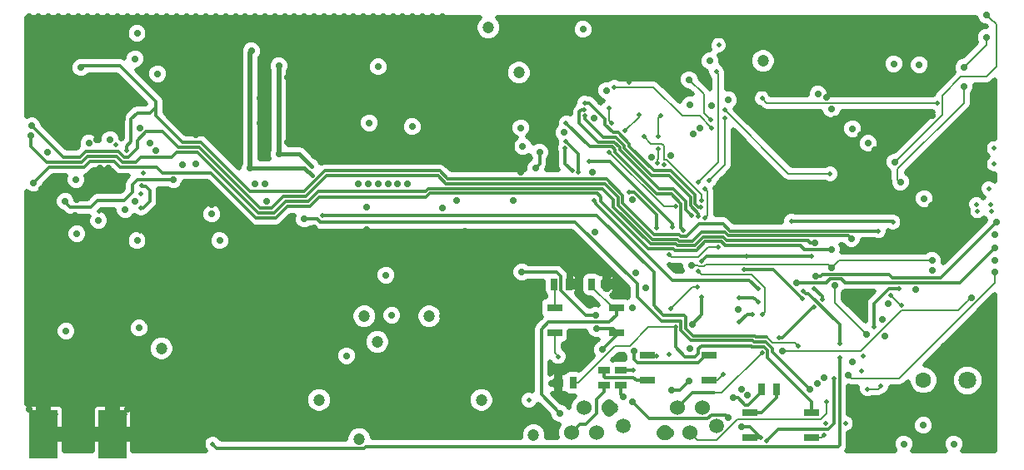
<source format=gbr>
G04 #@! TF.FileFunction,Copper,L4,Bot,Signal*
%FSLAX46Y46*%
G04 Gerber Fmt 4.6, Leading zero omitted, Abs format (unit mm)*
G04 Created by KiCad (PCBNEW (2015-03-23 BZR 5531)-product) date Tue 31 Mar 2015 22:50:38 CEST*
%MOMM*%
G01*
G04 APERTURE LIST*
%ADD10C,0.150000*%
%ADD11R,1.500000X0.800000*%
%ADD12R,0.635000X1.143000*%
%ADD13R,1.143000X0.635000*%
%ADD14C,1.600000*%
%ADD15C,1.800000*%
%ADD16C,1.524000*%
%ADD17C,1.500000*%
%ADD18R,3.000000X5.000000*%
%ADD19C,1.200000*%
%ADD20C,0.700000*%
%ADD21C,0.460000*%
%ADD22C,0.500000*%
%ADD23C,0.300000*%
%ADD24C,0.200000*%
%ADD25C,0.500000*%
%ADD26C,0.400000*%
G04 APERTURE END LIST*
D10*
D11*
X251231000Y-157861000D03*
X251231000Y-155321000D03*
X257531000Y-155321000D03*
X257531000Y-157861000D03*
D12*
X235204000Y-142240000D03*
X236728000Y-142240000D03*
D13*
X236474000Y-151003000D03*
X236474000Y-152527000D03*
D12*
X254000000Y-152908000D03*
X252476000Y-152908000D03*
X232918000Y-142240000D03*
X231394000Y-142240000D03*
X233299000Y-152273000D03*
X231775000Y-152273000D03*
D13*
X238125000Y-152527000D03*
X238125000Y-151003000D03*
D11*
X231419000Y-147193000D03*
X231419000Y-144653000D03*
X237719000Y-144653000D03*
X237719000Y-147193000D03*
X240817000Y-152019000D03*
X240817000Y-149479000D03*
X247117000Y-149479000D03*
X247117000Y-152019000D03*
D14*
X268900000Y-152000000D03*
D15*
X273400000Y-152000000D03*
D16*
X246470000Y-154830000D03*
X245200000Y-157370000D03*
X243930000Y-154830000D03*
X242660000Y-157370000D03*
D17*
X247870000Y-156630000D03*
D16*
X236970000Y-154830000D03*
X235700000Y-157370000D03*
X234430000Y-154830000D03*
X233160000Y-157370000D03*
D17*
X238370000Y-156630000D03*
D18*
X186500000Y-157500000D03*
X179500000Y-157500000D03*
D19*
X211600000Y-158000000D03*
X229300000Y-157600000D03*
D20*
X250400000Y-156700000D03*
X249100000Y-155800000D03*
X239300000Y-154154990D03*
X236292910Y-148888619D03*
X235700000Y-146775010D03*
X235600000Y-145424990D03*
X228100000Y-141000000D03*
D19*
X207500000Y-154000000D03*
D21*
X252400000Y-157800000D03*
X259000000Y-156400000D03*
X261000000Y-156400000D03*
X262600000Y-151100000D03*
X262800000Y-149500000D03*
X274400000Y-134800000D03*
X275800000Y-134800000D03*
X276100000Y-128400000D03*
D20*
X213500000Y-120100000D03*
X202200000Y-133800000D03*
D19*
X218700000Y-145500000D03*
D20*
X214300000Y-141300000D03*
X214900000Y-145400000D03*
X212600000Y-125800000D03*
X197400000Y-137800000D03*
X196600000Y-135100000D03*
D22*
X252527094Y-145290316D03*
X245992077Y-140940444D03*
D20*
X203400000Y-120000000D03*
X203400000Y-129000000D03*
X206000000Y-135600000D03*
D21*
X206750000Y-130250000D03*
D20*
X257377486Y-152950483D03*
D21*
X256200000Y-148500000D03*
D20*
X200500000Y-130400000D03*
X200600000Y-118500000D03*
D21*
X206800000Y-131200000D03*
X207800000Y-135200000D03*
D20*
X192700000Y-131600000D03*
X181700000Y-133800000D03*
X249098489Y-118986103D03*
X261400000Y-143800000D03*
D21*
X244037779Y-140328987D03*
D20*
X245165283Y-148770248D03*
X235500000Y-136900000D03*
X214400000Y-156100000D03*
X211500000Y-156100000D03*
X269860000Y-135960000D03*
X270300000Y-132500000D03*
X269800000Y-125100000D03*
X265300000Y-125400000D03*
X245700000Y-115600000D03*
X255800000Y-115700000D03*
X201700000Y-148500000D03*
X201700000Y-147200000D03*
X229500000Y-155500000D03*
X231100000Y-152300000D03*
X237000000Y-141300000D03*
X232500000Y-139800000D03*
X224200000Y-143200000D03*
X221300000Y-141500000D03*
X222000000Y-139700000D03*
X222300000Y-136800000D03*
X235400000Y-125300000D03*
X228000000Y-130800000D03*
X214800000Y-122800000D03*
X187200000Y-144900000D03*
X188000000Y-145100000D03*
X197000000Y-116100000D03*
D19*
X221500000Y-154000000D03*
X219287000Y-156337000D03*
X217000000Y-154000000D03*
X202523000Y-156337000D03*
X205000000Y-154000000D03*
X200000000Y-154000000D03*
D20*
X265362349Y-144175303D03*
X264959229Y-147486149D03*
X259050000Y-123174980D03*
D21*
X237363000Y-115062000D03*
X240665000Y-115189000D03*
X239014000Y-121666000D03*
D20*
X204300000Y-127800000D03*
X202000000Y-132000000D03*
X201000000Y-132000000D03*
X178050000Y-134050000D03*
X179300000Y-132500000D03*
X191000000Y-142000000D03*
X192000000Y-142000000D03*
X182000000Y-142000000D03*
X183000000Y-142000000D03*
X184000000Y-142000000D03*
X185000000Y-142000000D03*
X186000000Y-142000000D03*
X184600000Y-143700000D03*
X190000000Y-142000000D03*
X189000000Y-142000000D03*
X188000000Y-142000000D03*
X187000000Y-142000000D03*
X198000000Y-148000000D03*
X198000000Y-147000000D03*
X198000000Y-146000000D03*
X198000000Y-145000000D03*
X198500000Y-144000000D03*
X197500000Y-144000000D03*
X196500000Y-144000000D03*
X195000000Y-144000000D03*
X195000000Y-143000000D03*
X195000000Y-142000000D03*
X196400000Y-140100000D03*
X195600000Y-147500000D03*
X196400000Y-148200000D03*
X196400000Y-146900000D03*
X212300000Y-134400000D03*
X256700000Y-122400000D03*
X268100000Y-142800000D03*
X259900000Y-125400000D03*
X239700000Y-141100000D03*
X216100000Y-140900000D03*
D19*
X217500000Y-141500000D03*
D20*
X214500000Y-128900000D03*
X226615200Y-146491200D03*
X271100000Y-117100000D03*
X179600000Y-120200000D03*
X264000000Y-128550000D03*
X201500000Y-125800000D03*
X184400000Y-148400000D03*
X184400000Y-146800000D03*
X186100000Y-132300000D03*
X186100000Y-130400000D03*
X185200000Y-131300000D03*
X187000000Y-131300000D03*
X193200000Y-118600000D03*
X269700000Y-138500000D03*
X276200000Y-139800000D03*
X276200000Y-137200000D03*
X184400000Y-145900000D03*
X205300000Y-120300000D03*
X179500000Y-153500000D03*
X178000000Y-155000000D03*
X196600000Y-134100000D03*
X182650000Y-135250000D03*
D21*
X185150000Y-134800000D03*
X186800000Y-128050000D03*
D20*
X184900000Y-127500000D03*
X190300000Y-127900000D03*
X190900000Y-128600000D03*
X182900000Y-133600000D03*
X179900000Y-128800000D03*
D21*
X185500000Y-159250000D03*
X185500000Y-158500000D03*
X185500000Y-157750000D03*
X185500000Y-157000000D03*
X185500000Y-156250000D03*
X187750000Y-155500000D03*
X187000000Y-155500000D03*
X186250000Y-155500000D03*
X185500000Y-155500000D03*
X178500000Y-159250000D03*
X178500000Y-158500000D03*
X178500000Y-157750000D03*
X178500000Y-157000000D03*
X178500000Y-156250000D03*
X180750000Y-155500000D03*
X180000000Y-155500000D03*
X179250000Y-155500000D03*
X178500000Y-155500000D03*
D20*
X191300000Y-136300000D03*
D21*
X189400000Y-133000000D03*
X189600000Y-130900000D03*
X200050620Y-140100000D03*
X196700000Y-140800000D03*
X197400000Y-140900000D03*
X198200000Y-140900000D03*
X196700000Y-139300000D03*
X197600000Y-139300000D03*
X198400000Y-139300000D03*
X198800000Y-140100000D03*
D20*
X227265200Y-142041200D03*
X225365200Y-142941200D03*
X217700000Y-143000000D03*
X218800000Y-143900000D03*
X212000000Y-148000000D03*
X185200000Y-132300000D03*
X187000000Y-132300000D03*
X185200000Y-130400000D03*
X181700000Y-126900000D03*
X182700000Y-126900000D03*
X184400000Y-149300000D03*
X186700000Y-124700000D03*
X251050000Y-153500000D03*
X258150000Y-152300000D03*
X269700000Y-134200000D03*
X262500000Y-127050000D03*
X250700000Y-123000000D03*
X180600000Y-151800000D03*
X184000000Y-151800000D03*
X214200000Y-118050000D03*
X184400000Y-147600000D03*
X204300000Y-121200000D03*
X201500000Y-123300000D03*
X187500000Y-125400000D03*
D21*
X189300000Y-136800000D03*
D20*
X193600000Y-130100000D03*
X189300000Y-126300000D03*
X190600000Y-135300000D03*
X193700000Y-132100000D03*
X186070000Y-131310000D03*
X224265200Y-149041200D03*
X225865200Y-149041200D03*
X243254716Y-129119246D03*
X246193641Y-126351589D03*
D21*
X241800000Y-149500000D03*
X243100000Y-149400000D03*
D22*
X190500000Y-157700000D03*
D20*
X221500000Y-133700000D03*
D19*
X271200000Y-148700000D03*
X275700000Y-144100000D03*
D21*
X248400000Y-131500000D03*
D20*
X235300000Y-130800000D03*
D21*
X237600000Y-149700000D03*
D20*
X186000000Y-115800000D03*
X187100000Y-116800000D03*
X185000000Y-116700000D03*
X195000000Y-141000000D03*
X195000000Y-140000000D03*
X195000000Y-139000000D03*
X195000000Y-138000000D03*
X195000000Y-137000000D03*
X195000000Y-136000000D03*
X195000000Y-135000000D03*
X195000000Y-134000000D03*
X195000000Y-133000000D03*
X195000000Y-132000000D03*
X196000000Y-132000000D03*
X178000000Y-117000000D03*
X178000000Y-118000000D03*
X178000000Y-119000000D03*
X178000000Y-120000000D03*
X178000000Y-121000000D03*
X178000000Y-122000000D03*
X178000000Y-123000000D03*
X178000000Y-124000000D03*
X195000000Y-130000000D03*
X195000000Y-127000000D03*
X195000000Y-126000000D03*
X195000000Y-125000000D03*
X195000000Y-124000000D03*
X195000000Y-123000000D03*
X195000000Y-122000000D03*
X195000000Y-121000000D03*
X195000000Y-120000000D03*
X195000000Y-119000000D03*
X195000000Y-118000000D03*
X195000000Y-117000000D03*
X195000000Y-116000000D03*
X195000000Y-115000000D03*
X178000000Y-116000000D03*
X178000000Y-115000000D03*
X179000000Y-115000000D03*
X180000000Y-115000000D03*
X181000000Y-115000000D03*
X182000000Y-115000000D03*
X183000000Y-115000000D03*
X184000000Y-115000000D03*
X185000000Y-115000000D03*
X186000000Y-115000000D03*
X187000000Y-115000000D03*
X188000000Y-115000000D03*
X189000000Y-115000000D03*
X190000000Y-115000000D03*
X191000000Y-115000000D03*
X192000000Y-115000000D03*
X193000000Y-115000000D03*
X194000000Y-115000000D03*
X220000000Y-120000000D03*
X220000000Y-121000000D03*
X196000000Y-115000000D03*
X197000000Y-115000000D03*
X198000000Y-115000000D03*
X199000000Y-115000000D03*
X200000000Y-115000000D03*
X201000000Y-115000000D03*
X202000000Y-115000000D03*
X203000000Y-115000000D03*
X204000000Y-115000000D03*
X205000000Y-115000000D03*
X206000000Y-115000000D03*
X207000000Y-115000000D03*
X208000000Y-115000000D03*
X209000000Y-115000000D03*
X210000000Y-115000000D03*
X211000000Y-115000000D03*
X212000000Y-115000000D03*
X213000000Y-115000000D03*
X220000000Y-119000000D03*
X220000000Y-118000000D03*
X220000000Y-117000000D03*
X220000000Y-116000000D03*
X220000000Y-115000000D03*
X219000000Y-115000000D03*
X218000000Y-115000000D03*
X217000000Y-115000000D03*
X216000000Y-115000000D03*
X215000000Y-115000000D03*
X214000000Y-115000000D03*
D19*
X210500000Y-141800000D03*
D20*
X207000000Y-122000000D03*
X207000000Y-121000000D03*
X207000000Y-120000000D03*
X208800000Y-123000000D03*
X208500000Y-118900000D03*
X207000000Y-124000000D03*
X207000000Y-125000000D03*
X207000000Y-126000000D03*
X207000000Y-127000000D03*
X207000000Y-128000000D03*
X207000000Y-123000000D03*
X207000000Y-129100000D03*
X216000000Y-138000000D03*
X203000000Y-152000000D03*
X204000000Y-152000000D03*
X206500000Y-152000000D03*
X185100000Y-153500000D03*
X188000000Y-155000000D03*
X200000000Y-152000000D03*
X199000000Y-152000000D03*
X198000000Y-152000000D03*
X198000000Y-153000000D03*
X198000000Y-154000000D03*
X198000000Y-155000000D03*
X197000000Y-155000000D03*
X196000000Y-155000000D03*
X195000000Y-155000000D03*
X194000000Y-155000000D03*
X193000000Y-155000000D03*
X192000000Y-155000000D03*
X191000000Y-155000000D03*
X190000000Y-155000000D03*
X189000000Y-155000000D03*
X207000000Y-139500000D03*
X208000000Y-139500000D03*
X209000000Y-139500000D03*
X209000000Y-138500000D03*
X207000000Y-140500000D03*
X208000000Y-140500000D03*
X209000000Y-140500000D03*
X209000000Y-141500000D03*
X208000000Y-141500000D03*
X207000000Y-141500000D03*
X207000000Y-142500000D03*
X208000000Y-142500000D03*
X209000000Y-142500000D03*
X209000000Y-143500000D03*
X208000000Y-143500000D03*
X207000000Y-143500000D03*
X207000000Y-144500000D03*
X208000000Y-144500000D03*
X209000000Y-144500000D03*
X209000000Y-145500000D03*
X208000000Y-145500000D03*
X207000000Y-145500000D03*
X207000000Y-146500000D03*
X208000000Y-146500000D03*
X209000000Y-146500000D03*
X209000000Y-147500000D03*
X208000000Y-147500000D03*
X207000000Y-147500000D03*
X207000000Y-148500000D03*
X208000000Y-148500000D03*
X209000000Y-148500000D03*
X209000000Y-149500000D03*
X208000000Y-149500000D03*
X207000000Y-149500000D03*
X210000000Y-138000000D03*
X211000000Y-138000000D03*
X212000000Y-138000000D03*
X212471000Y-152000000D03*
X228000000Y-138000000D03*
X227000000Y-138000000D03*
X216000000Y-152000000D03*
X217000000Y-152000000D03*
X218000000Y-152000000D03*
X219000000Y-152000000D03*
X220000000Y-152000000D03*
X221000000Y-152000000D03*
X222000000Y-152000000D03*
X223000000Y-152000000D03*
X224000000Y-152000000D03*
X225000000Y-152000000D03*
X226000000Y-152000000D03*
X227000000Y-152000000D03*
X228000000Y-152000000D03*
X229000000Y-152000000D03*
X207500000Y-152000000D03*
X208500000Y-152000000D03*
X209500000Y-152000000D03*
X215000000Y-152000000D03*
X214000000Y-152000000D03*
X229000000Y-138000000D03*
X229000000Y-139000000D03*
X229000000Y-140000000D03*
X229000000Y-142000000D03*
X229000000Y-143000000D03*
X229000000Y-144000000D03*
X229000000Y-145000000D03*
X229000000Y-146000000D03*
X229000000Y-147000000D03*
X229000000Y-148000000D03*
X229000000Y-149000000D03*
X229000000Y-150000000D03*
X229000000Y-151000000D03*
X220000000Y-127500000D03*
X220000000Y-126500000D03*
X220000000Y-125500000D03*
X220000000Y-124500000D03*
X220000000Y-123500000D03*
X220000000Y-122500000D03*
X220000000Y-128500000D03*
X220000000Y-129500000D03*
X220000000Y-134500000D03*
X220000000Y-137500000D03*
X220000000Y-138500000D03*
X220000000Y-139500000D03*
X220000000Y-140500000D03*
X220000000Y-143500000D03*
X220000000Y-144500000D03*
X220000000Y-145500000D03*
X220000000Y-146500000D03*
X220000000Y-147500000D03*
X208000000Y-138500000D03*
X207000000Y-138500000D03*
X207000000Y-137500000D03*
X207000000Y-136500000D03*
X216500000Y-132000000D03*
X215500000Y-132000000D03*
X214500000Y-132000000D03*
X213500000Y-132000000D03*
X212500000Y-132000000D03*
X211500000Y-132000000D03*
X178000000Y-152000000D03*
X178000000Y-153000000D03*
X178000000Y-154000000D03*
X178000000Y-151000000D03*
X178000000Y-150000000D03*
X178000000Y-149000000D03*
X178000000Y-135000000D03*
X178000000Y-136000000D03*
X178000000Y-137000000D03*
X178000000Y-138000000D03*
X178000000Y-139000000D03*
X178000000Y-140000000D03*
X178000000Y-141000000D03*
X178000000Y-142000000D03*
X178000000Y-148000000D03*
X178000000Y-147000000D03*
X178000000Y-146000000D03*
X178000000Y-145000000D03*
X178000000Y-144000000D03*
X178000000Y-143000000D03*
X213000000Y-138000000D03*
X212300000Y-136700000D03*
X203000000Y-144000000D03*
X204000000Y-144000000D03*
X261200000Y-115800000D03*
X260900000Y-120824990D03*
D19*
X231000000Y-116300000D03*
X231000000Y-120300000D03*
X223300000Y-117500000D03*
X227200000Y-123000000D03*
D20*
X224300000Y-122500000D03*
X222600000Y-122800000D03*
X221300000Y-125700000D03*
X223900000Y-125100000D03*
X227000000Y-125500000D03*
D21*
X227100000Y-129000000D03*
D22*
X264300000Y-136800000D03*
D21*
X187900000Y-128600000D03*
D20*
X183300000Y-120200000D03*
X178300000Y-126100000D03*
X261600000Y-137600000D03*
X257900000Y-138000000D03*
X178200000Y-127100000D03*
X259538311Y-138677769D03*
X178500000Y-131900000D03*
X256024980Y-142100000D03*
X245100000Y-121400000D03*
D21*
X259400000Y-131000000D03*
X248700000Y-124500000D03*
D20*
X276200000Y-138500000D03*
D21*
X247304593Y-125490387D03*
D20*
X245384146Y-140305183D03*
X259600000Y-140550030D03*
D21*
X245900000Y-142505031D03*
X243200000Y-144700000D03*
D20*
X269800000Y-139800000D03*
D21*
X248100000Y-117900000D03*
D19*
X252600000Y-119500000D03*
X224700000Y-116100000D03*
D21*
X189500000Y-132200000D03*
X189400000Y-134500000D03*
D20*
X266900000Y-158500000D03*
X272000000Y-158500000D03*
X268900000Y-156600000D03*
X273000000Y-122100000D03*
X273000000Y-120200000D03*
X275300000Y-117100000D03*
X266573000Y-131826000D03*
X275300000Y-114800000D03*
X266000000Y-129800000D03*
D22*
X237200000Y-125800000D03*
X237000000Y-124300000D03*
X242200000Y-125100000D03*
X241900000Y-129900000D03*
X242000000Y-127200000D03*
X241999981Y-128450021D03*
X246336655Y-133712753D03*
X240500000Y-127211769D03*
X247400000Y-126300000D03*
X248700000Y-125300000D03*
X247100000Y-131700000D03*
D21*
X237490000Y-122174000D03*
D20*
X259936240Y-142375061D03*
X263100000Y-147300000D03*
X276300000Y-135900000D03*
X258000000Y-141400000D03*
X261272689Y-151472689D03*
X276200000Y-141000000D03*
X273760511Y-143599759D03*
X254600000Y-149000000D03*
D19*
X213400000Y-148100000D03*
X212100000Y-145500000D03*
D22*
X243700000Y-134300000D03*
X240000000Y-125000000D03*
X238600000Y-126600000D03*
X237000000Y-128800000D03*
X250707716Y-140749979D03*
X243362022Y-136397008D03*
X256600000Y-143700000D03*
D21*
X234900000Y-129700000D03*
D22*
X252100000Y-144050021D03*
X241800000Y-136500000D03*
X250200000Y-143600000D03*
D21*
X238996967Y-132895210D03*
D22*
X265800000Y-135900000D03*
X255500000Y-135800000D03*
X252100000Y-142700000D03*
D21*
X232500000Y-128400000D03*
X235400000Y-133700000D03*
X233200000Y-130700000D03*
D22*
X246343118Y-139899849D03*
X250900000Y-139400000D03*
X257500000Y-139400000D03*
D21*
X233826372Y-130804395D03*
X232600000Y-127700000D03*
D22*
X244540000Y-136774755D03*
D21*
X232600000Y-125800000D03*
D22*
X246035352Y-135325307D03*
X250200000Y-146100000D03*
X251500000Y-145300000D03*
D21*
X234500000Y-125100000D03*
D22*
X245361382Y-135224980D03*
D21*
X234461000Y-124460000D03*
D22*
X246236165Y-134380242D03*
D21*
X234500000Y-123800000D03*
D20*
X247350000Y-124050000D03*
X245200000Y-124000000D03*
D21*
X247845859Y-120566075D03*
X246000000Y-131876234D03*
D20*
X210300000Y-149500000D03*
X216950000Y-126200000D03*
D22*
X248080111Y-138466910D03*
X246700000Y-135498719D03*
X243100000Y-139175051D03*
X246700000Y-132500000D03*
D20*
X232000000Y-155400000D03*
X249600000Y-153800000D03*
X245100000Y-152100000D03*
X243300000Y-153000000D03*
D21*
X239400000Y-151000000D03*
X263900000Y-146600000D03*
X266400000Y-142700000D03*
X259100000Y-154200000D03*
X263200000Y-152900000D03*
X264600000Y-152600000D03*
X266700000Y-144400000D03*
X265600000Y-143400000D03*
X257761106Y-144505202D03*
X258617243Y-143755020D03*
X257800679Y-142644980D03*
X254200000Y-147700000D03*
X252500000Y-149200000D03*
D20*
X239500000Y-149000000D03*
D21*
X243694969Y-146600000D03*
X231800000Y-149600000D03*
X246400000Y-143500000D03*
D20*
X245400000Y-146300000D03*
X239318513Y-133644898D03*
X268500000Y-119900000D03*
X265900000Y-119800000D03*
X247200000Y-119500000D03*
X238400000Y-153700000D03*
X239300000Y-144600000D03*
X236700000Y-122500000D03*
X232398403Y-126800589D03*
X229500000Y-130400000D03*
X229900000Y-128800000D03*
X228200000Y-128200000D03*
X228018493Y-126315023D03*
X261727311Y-150127311D03*
D21*
X275544980Y-132500000D03*
D20*
X259600000Y-124425020D03*
X250100000Y-144775020D03*
X249100000Y-123500000D03*
X263300000Y-127900000D03*
X258800000Y-151700000D03*
X269000000Y-133500000D03*
X269800000Y-140800000D03*
X258200000Y-122900000D03*
X261700000Y-126400000D03*
X240700000Y-142600000D03*
X250400000Y-152900000D03*
X241300000Y-129300000D03*
X264700000Y-145800000D03*
D22*
X242575001Y-130100000D03*
D20*
X245523502Y-126914226D03*
X227200000Y-133700000D03*
D21*
X248600000Y-151400000D03*
D22*
X258800000Y-157600000D03*
D19*
X227800000Y-120700000D03*
D20*
X234300000Y-116300000D03*
D22*
X260393400Y-149693400D03*
X256700000Y-142900000D03*
D21*
X260400000Y-148300000D03*
D22*
X196700000Y-158500000D03*
D21*
X270300000Y-123800000D03*
X252500000Y-123300000D03*
D20*
X188800000Y-119300000D03*
X191100000Y-120800000D03*
X186275010Y-127500000D03*
X184103422Y-127903422D03*
X188800000Y-133800000D03*
X182900000Y-137100000D03*
X182800000Y-131600000D03*
X189200000Y-146700000D03*
D19*
X191488683Y-148760900D03*
X224000000Y-154000000D03*
D21*
X276100000Y-130000000D03*
D20*
X189000000Y-137800000D03*
X187800000Y-134600000D03*
X185100000Y-135750000D03*
X181800000Y-147000000D03*
D21*
X274300000Y-134100000D03*
X275700000Y-134100000D03*
D22*
X259800000Y-151800000D03*
X252937035Y-158174994D03*
X228842093Y-154037000D03*
D20*
X189000000Y-116700000D03*
D23*
X250400000Y-156700000D02*
X251300000Y-156700000D01*
X251300000Y-156700000D02*
X252400000Y-157800000D01*
X239300000Y-154154990D02*
X241062011Y-155917001D01*
X241062011Y-155917001D02*
X246991997Y-155917001D01*
X246991997Y-155917001D02*
X247353999Y-155554999D01*
X247353999Y-155554999D02*
X248854999Y-155554999D01*
X248854999Y-155554999D02*
X249100000Y-155800000D01*
X237719000Y-147193000D02*
X237719000Y-147462529D01*
X237719000Y-147462529D02*
X236292910Y-148888619D01*
X237719000Y-147193000D02*
X237719000Y-147069020D01*
X237719000Y-147069020D02*
X237424990Y-146775010D01*
X235700000Y-146775010D02*
X237424990Y-146775010D01*
X228100000Y-141000000D02*
X231628002Y-141000000D01*
X231628002Y-141000000D02*
X232036501Y-141408499D01*
X232036501Y-141408499D02*
X232036501Y-142832503D01*
X232036501Y-142832503D02*
X234628988Y-145424990D01*
X234628988Y-145424990D02*
X235600000Y-145424990D01*
X237800000Y-147112000D02*
X237719000Y-147193000D01*
X251231000Y-157861000D02*
X252339000Y-157861000D01*
X252339000Y-157861000D02*
X252400000Y-157800000D01*
D24*
X252777093Y-145040317D02*
X252527094Y-145290316D01*
X246326632Y-141274999D02*
X251452001Y-141274999D01*
X245992077Y-140940444D02*
X246326632Y-141274999D01*
X251452001Y-141274999D02*
X252777093Y-142600091D01*
X252777093Y-142600091D02*
X252777093Y-145040317D01*
D25*
X203400000Y-129000000D02*
X203400000Y-120000000D01*
D23*
X253530011Y-149103008D02*
X257377486Y-152950483D01*
X253530011Y-148736844D02*
X253530011Y-149103008D01*
X245279244Y-147950011D02*
X251531775Y-147950011D01*
X251531775Y-147950011D02*
X251676933Y-148095168D01*
X244249989Y-146920756D02*
X245279244Y-147950011D01*
X207300000Y-135600000D02*
X207600000Y-135900000D01*
X244249989Y-146000000D02*
X244249989Y-146920756D01*
X242300000Y-146000000D02*
X244249989Y-146000000D01*
X239800000Y-143500000D02*
X242300000Y-146000000D01*
X207600000Y-135900000D02*
X233500000Y-135900000D01*
X206000000Y-135600000D02*
X207300000Y-135600000D01*
X239800000Y-142200000D02*
X239800000Y-143500000D01*
X252888335Y-148095168D02*
X253530011Y-148736844D01*
X233500000Y-135900000D02*
X239800000Y-142200000D01*
D26*
X205200000Y-129000000D02*
X205500000Y-129000000D01*
X203400000Y-129000000D02*
X205200000Y-129000000D01*
X205500000Y-129000000D02*
X206750000Y-130250000D01*
D23*
X251676933Y-148095168D02*
X252888335Y-148095168D01*
X251900000Y-147600000D02*
X252994221Y-147600000D01*
X245475999Y-147475001D02*
X251775001Y-147475001D01*
X244724999Y-146724001D02*
X245475999Y-147475001D01*
X244724999Y-145526001D02*
X244724999Y-146724001D01*
X235728236Y-135200000D02*
X241500000Y-140971764D01*
X242500000Y-145400000D02*
X244598998Y-145400000D01*
X244598998Y-145400000D02*
X244724999Y-145526001D01*
X241500000Y-144400000D02*
X242500000Y-145400000D01*
X251775001Y-147475001D02*
X251900000Y-147600000D01*
X241500000Y-140971764D02*
X241500000Y-144400000D01*
X207800000Y-135200000D02*
X235728236Y-135200000D01*
D25*
X200500000Y-118600000D02*
X200500000Y-130400000D01*
X200600000Y-118500000D02*
X200500000Y-118600000D01*
D26*
X206000000Y-130400000D02*
X206800000Y-131200000D01*
X200500000Y-130400000D02*
X206000000Y-130400000D01*
D24*
X255905001Y-148205001D02*
X255970001Y-148270001D01*
X252994221Y-147600000D02*
X253599222Y-148205001D01*
X253599222Y-148205001D02*
X255905001Y-148205001D01*
X255970001Y-148270001D02*
X256200000Y-148500000D01*
D23*
X185000000Y-133700000D02*
X187700000Y-133700000D01*
X181700000Y-133900000D02*
X182200000Y-134400000D01*
X182200000Y-134400000D02*
X184300000Y-134400000D01*
X184300000Y-134400000D02*
X185000000Y-133700000D01*
X181700000Y-133800000D02*
X181700000Y-133900000D01*
X189000000Y-131600000D02*
X192700000Y-131600000D01*
X188500000Y-132100000D02*
X189000000Y-131600000D01*
X188500000Y-132900000D02*
X188500000Y-132100000D01*
X187700000Y-133700000D02*
X188500000Y-132900000D01*
X231775000Y-152273000D02*
X231127000Y-152273000D01*
X231127000Y-152273000D02*
X231100000Y-152300000D01*
X236728000Y-142240000D02*
X236728000Y-141572000D01*
X236728000Y-141572000D02*
X237000000Y-141300000D01*
X232918000Y-142240000D02*
X232618000Y-139918000D01*
X232618000Y-139918000D02*
X232500000Y-139800000D01*
D24*
X241779000Y-149479000D02*
X241800000Y-149500000D01*
X240817000Y-149479000D02*
X241779000Y-149479000D01*
X221500000Y-133700000D02*
X221400000Y-133700000D01*
D23*
X241549612Y-137175001D02*
X238359291Y-133984680D01*
X248553236Y-136073739D02*
X246092018Y-136073739D01*
X220571765Y-131500000D02*
X219771757Y-130699992D01*
X238359291Y-133984680D02*
X238359291Y-133159291D01*
X244089244Y-137175001D02*
X241549612Y-137175001D01*
X208099997Y-130699992D02*
X205999990Y-132800000D01*
X200500000Y-132800000D02*
X199185877Y-131485877D01*
X244263999Y-137349756D02*
X244089244Y-137175001D01*
X246092018Y-136073739D02*
X244816001Y-137349756D01*
X249279497Y-136800000D02*
X248553236Y-136073739D01*
X244816001Y-137349756D02*
X244263999Y-137349756D01*
X205999990Y-132800000D02*
X200500000Y-132800000D01*
X263400000Y-136800000D02*
X249279497Y-136800000D01*
X219771757Y-130699992D02*
X208099997Y-130699992D01*
X236700000Y-131500000D02*
X220571765Y-131500000D01*
X238359291Y-133159291D02*
X236700000Y-131500000D01*
X264300000Y-136800000D02*
X263994974Y-136800000D01*
X263400000Y-136800000D02*
X263994974Y-136800000D01*
X187900000Y-128600000D02*
X187900000Y-128200000D01*
X190300000Y-124800000D02*
X190900000Y-124200000D01*
X189000000Y-124800000D02*
X190300000Y-124800000D01*
X188400000Y-125400000D02*
X189000000Y-124800000D01*
X188400000Y-127700000D02*
X188400000Y-125400000D01*
X187900000Y-128200000D02*
X188400000Y-127700000D01*
X193600000Y-127800000D02*
X190900000Y-125100000D01*
X195500000Y-127800000D02*
X199185877Y-131485877D01*
X193600000Y-127800000D02*
X195500000Y-127800000D01*
X190900000Y-125100000D02*
X190900000Y-124200000D01*
X183500000Y-120000000D02*
X183300000Y-120200000D01*
X187300000Y-120000000D02*
X183500000Y-120000000D01*
X190900000Y-123600000D02*
X187300000Y-120000000D01*
X190900000Y-124200000D02*
X190900000Y-123600000D01*
X263400000Y-136800000D02*
X263600000Y-136800000D01*
X199185877Y-131485877D02*
X199200000Y-131500000D01*
X220400000Y-132000000D02*
X236500000Y-132000000D01*
X189000000Y-127600000D02*
X189900000Y-126700000D01*
X187700000Y-129300000D02*
X188100000Y-129300000D01*
X246332382Y-136941889D02*
X248749622Y-136941889D01*
X195300000Y-128300000D02*
X201500000Y-134500000D01*
X236500000Y-132000000D02*
X237884281Y-133384282D01*
X243892489Y-137650011D02*
X244067244Y-137824766D01*
X203900000Y-133300000D02*
X206171754Y-133300000D01*
X183800000Y-128700000D02*
X187100000Y-128700000D01*
X202700000Y-134500000D02*
X203900000Y-133300000D01*
X193175002Y-128275002D02*
X195300000Y-128275002D01*
X201500000Y-134500000D02*
X202700000Y-134500000D01*
X189900000Y-126700000D02*
X191600000Y-126700000D01*
X188100000Y-129300000D02*
X189000000Y-128400000D01*
X183200000Y-129300000D02*
X183800000Y-128700000D01*
X249107732Y-137300000D02*
X261300000Y-137300000D01*
X189000000Y-128400000D02*
X189000000Y-127600000D01*
X191600000Y-126700000D02*
X193175002Y-128275002D01*
X261300000Y-137300000D02*
X261600000Y-137600000D01*
X195300000Y-128275002D02*
X195300000Y-128300000D01*
X237884281Y-134181435D02*
X241352857Y-137650011D01*
X187100000Y-128700000D02*
X187700000Y-129300000D01*
X244067244Y-137824766D02*
X245449505Y-137824766D01*
X248749622Y-136941889D02*
X248804487Y-136996755D01*
X237884281Y-133384282D02*
X237884281Y-134181435D01*
X219575002Y-131175002D02*
X220400000Y-132000000D01*
X241352857Y-137650011D02*
X243892489Y-137650011D01*
X248804487Y-136996755D02*
X249107732Y-137300000D01*
X181500000Y-129300000D02*
X183200000Y-129300000D01*
X178300000Y-126100000D02*
X181500000Y-129300000D01*
X206171754Y-133300000D02*
X208296752Y-131175002D01*
X208296752Y-131175002D02*
X219575002Y-131175002D01*
X245449505Y-137824766D02*
X246332382Y-136941889D01*
X195300000Y-128300000D02*
X195300000Y-128300000D01*
X236500000Y-132000000D02*
X236500000Y-132000000D01*
X237409271Y-133609271D02*
X237409271Y-134378190D01*
X248935968Y-137800000D02*
X257205026Y-137800000D01*
X245646260Y-138299776D02*
X246529137Y-137416899D01*
X257205026Y-137800000D02*
X257405026Y-138000000D01*
X218600000Y-132500000D02*
X236300000Y-132500000D01*
X248552867Y-137416899D02*
X248935968Y-137800000D01*
X237409271Y-134378190D02*
X241156102Y-138125021D01*
X218296952Y-132803048D02*
X218600000Y-132500000D01*
X204100000Y-133800000D02*
X206400000Y-133800000D01*
X236300000Y-132500000D02*
X237409271Y-133609271D01*
X206400000Y-133800000D02*
X207396952Y-132803048D01*
X257405026Y-138000000D02*
X257900000Y-138000000D01*
X207396952Y-132803048D02*
X218296952Y-132803048D01*
X195114123Y-128814123D02*
X201300000Y-135000000D01*
X243695734Y-138125021D02*
X243870489Y-138299776D01*
X241156102Y-138125021D02*
X243695734Y-138125021D01*
X201300000Y-135000000D02*
X202900000Y-135000000D01*
X243870489Y-138299776D02*
X245646260Y-138299776D01*
X246529137Y-137416899D02*
X248552867Y-137416899D01*
X202900000Y-135000000D02*
X204100000Y-133800000D01*
X182400000Y-129800000D02*
X183400000Y-129800000D01*
X179800000Y-129800000D02*
X178200000Y-128200000D01*
X178200000Y-128200000D02*
X178200000Y-127100000D01*
X182400000Y-129800000D02*
X179800000Y-129800000D01*
X195114123Y-128785877D02*
X195114123Y-128814123D01*
X193014123Y-128785877D02*
X195114123Y-128785877D01*
X192500000Y-129300000D02*
X193014123Y-128785877D01*
X189400000Y-129300000D02*
X192500000Y-129300000D01*
X188900000Y-129800000D02*
X189400000Y-129300000D01*
X187528246Y-129800000D02*
X188900000Y-129800000D01*
X186928246Y-129200000D02*
X187528246Y-129800000D01*
X184000000Y-129200000D02*
X186928246Y-129200000D01*
X183400000Y-129800000D02*
X184000000Y-129200000D01*
X195100000Y-128800000D02*
X195114123Y-128814123D01*
X259043337Y-138677769D02*
X259538311Y-138677769D01*
X218371764Y-133400000D02*
X218785887Y-132985877D01*
X248764203Y-138300000D02*
X256400000Y-138300000D01*
X248356112Y-137891909D02*
X248764203Y-138300000D01*
X236114123Y-133754807D02*
X240959347Y-138600031D01*
X236114123Y-133354929D02*
X236114123Y-133754807D01*
X246725892Y-137891909D02*
X248356112Y-137891909D01*
X243673734Y-138774786D02*
X245843015Y-138774786D01*
X243498979Y-138600031D02*
X243673734Y-138774786D01*
X235745071Y-132985877D02*
X236114123Y-133354929D01*
X184200000Y-129700000D02*
X186700000Y-129700000D01*
X206576924Y-134300000D02*
X207476924Y-133400000D01*
X191600000Y-130900000D02*
X196528235Y-130900000D01*
X256400000Y-138300000D02*
X256777769Y-138677769D01*
X180100000Y-130300000D02*
X183600000Y-130300000D01*
X186700000Y-129700000D02*
X187300000Y-130300000D01*
X240959347Y-138600031D02*
X243498979Y-138600031D01*
X203096755Y-135475010D02*
X204271764Y-134300000D01*
X178500000Y-131900000D02*
X180100000Y-130300000D01*
X256777769Y-138677769D02*
X259043337Y-138677769D01*
X207476924Y-133400000D02*
X218371764Y-133400000D01*
X196528235Y-130900000D02*
X201103245Y-135475010D01*
X187300000Y-130300000D02*
X191000000Y-130300000D01*
X191000000Y-130300000D02*
X191600000Y-130900000D01*
X201103245Y-135475010D02*
X203096755Y-135475010D01*
X245843015Y-138774786D02*
X246725892Y-137891909D01*
X218785887Y-132985877D02*
X235745071Y-132985877D01*
X204271764Y-134300000D02*
X206576924Y-134300000D01*
X183600000Y-130300000D02*
X184200000Y-129700000D01*
X259035999Y-142089979D02*
X256529975Y-142089979D01*
X259425937Y-141700041D02*
X259035999Y-142089979D01*
X260574063Y-141700041D02*
X259425937Y-141700041D01*
X260949032Y-142075010D02*
X260574063Y-141700041D01*
X276200000Y-138500000D02*
X272624990Y-142075010D01*
X272624990Y-142075010D02*
X260949032Y-142075010D01*
X256529975Y-142089979D02*
X256519954Y-142100000D01*
X256519954Y-142100000D02*
X256024980Y-142100000D01*
D24*
X255200000Y-131000000D02*
X259400000Y-131000000D01*
X248700000Y-124500000D02*
X255200000Y-131000000D01*
X245100000Y-121400000D02*
X246600000Y-122900000D01*
X246600000Y-124785794D02*
X247074594Y-125260388D01*
X246600000Y-122900000D02*
X246600000Y-124785794D01*
X247074594Y-125260388D02*
X247304593Y-125490387D01*
X246091117Y-140424850D02*
X245971450Y-140305183D01*
X246595119Y-140424850D02*
X246091117Y-140424850D01*
X245879120Y-140305183D02*
X245384146Y-140305183D01*
X246819938Y-140200031D02*
X246595119Y-140424850D01*
X259250001Y-140200031D02*
X246819938Y-140200031D01*
X245971450Y-140305183D02*
X245879120Y-140305183D01*
X259600000Y-140550030D02*
X259250001Y-140200031D01*
X260350030Y-139800000D02*
X259949999Y-140200031D01*
X269800000Y-139800000D02*
X260350030Y-139800000D01*
X259949999Y-140200031D02*
X259600000Y-140550030D01*
X245574731Y-142505031D02*
X245900000Y-142505031D01*
X243200000Y-144700000D02*
X245394969Y-142505031D01*
X245394969Y-142505031D02*
X245574731Y-142505031D01*
D23*
X189600000Y-134500000D02*
X189400000Y-134500000D01*
X190300000Y-133800000D02*
X189600000Y-134500000D01*
X190300000Y-132700000D02*
X190300000Y-133800000D01*
X189900000Y-132300000D02*
X190300000Y-132700000D01*
X189600000Y-132300000D02*
X189900000Y-132300000D01*
X189500000Y-132200000D02*
X189600000Y-132300000D01*
D24*
X266300000Y-130500000D02*
X266300000Y-131553000D01*
X266300000Y-130500000D02*
X273000000Y-123800000D01*
X273000000Y-123800000D02*
X273000000Y-122100000D01*
X273000000Y-120200000D02*
X275300000Y-117900000D01*
X275300000Y-117900000D02*
X275300000Y-117100000D01*
X266300000Y-131553000D02*
X266573000Y-131826000D01*
X266000000Y-129800000D02*
X270805001Y-124994999D01*
X270805001Y-124994999D02*
X270805001Y-123029210D01*
X272734211Y-121100000D02*
X275300000Y-121100000D01*
X270805001Y-123029210D02*
X272734211Y-121100000D01*
X275300000Y-121100000D02*
X276300000Y-120100000D01*
X276300000Y-120100000D02*
X276300000Y-115800000D01*
X276300000Y-115800000D02*
X275649999Y-115149999D01*
X275649999Y-115149999D02*
X275300000Y-114800000D01*
X237000000Y-124300000D02*
X237000000Y-125600000D01*
X237000000Y-125600000D02*
X237200000Y-125800000D01*
X242000000Y-127200000D02*
X242000000Y-125300000D01*
X242000000Y-125300000D02*
X242200000Y-125100000D01*
X241900000Y-129900000D02*
X241900000Y-129546447D01*
X241900000Y-129546447D02*
X241999981Y-129446466D01*
X241999981Y-129446466D02*
X241999981Y-128450021D01*
X246336655Y-133084652D02*
X246336655Y-133712753D01*
X242827002Y-129574999D02*
X246336655Y-133084652D01*
X242525001Y-129574999D02*
X242827002Y-129574999D01*
X242302003Y-127925001D02*
X242525001Y-128147999D01*
X242525001Y-128147999D02*
X242525001Y-129574999D01*
X241213232Y-127925001D02*
X242302003Y-127925001D01*
X240500000Y-127211769D02*
X241213232Y-127925001D01*
X244400000Y-125100000D02*
X241474000Y-122174000D01*
X237490000Y-122174000D02*
X241474000Y-122174000D01*
X246200000Y-125100000D02*
X244400000Y-125100000D01*
X247400000Y-126300000D02*
X246200000Y-125100000D01*
X247100000Y-131700000D02*
X248700000Y-130100000D01*
X248700000Y-130100000D02*
X248700000Y-125300000D01*
X237490000Y-122174000D02*
X237564000Y-122100000D01*
X259936240Y-144136240D02*
X259936240Y-142870035D01*
D23*
X276300000Y-135900000D02*
X270630011Y-141569989D01*
X258669943Y-141225031D02*
X258494974Y-141400000D01*
D24*
X259936240Y-142870035D02*
X259936240Y-142375061D01*
X263100000Y-147300000D02*
X259936240Y-144136240D01*
D23*
X258494974Y-141400000D02*
X258000000Y-141400000D01*
X270630011Y-141569989D02*
X265761834Y-141569989D01*
X265416876Y-141225031D02*
X258669943Y-141225031D01*
X265761834Y-141569989D02*
X265416876Y-141225031D01*
D24*
X266462584Y-151822688D02*
X261622688Y-151822688D01*
X276200000Y-141000000D02*
X276200000Y-142085272D01*
X276200000Y-142085272D02*
X266462584Y-151822688D01*
X261622688Y-151822688D02*
X261272689Y-151472689D01*
X266647597Y-144905001D02*
X272455269Y-144905001D01*
X273410512Y-143949758D02*
X273760511Y-143599759D01*
X255099975Y-149005001D02*
X262547597Y-149005001D01*
X272455269Y-144905001D02*
X273410512Y-143949758D01*
X255094974Y-149000000D02*
X255099975Y-149005001D01*
X254600000Y-149000000D02*
X255094974Y-149000000D01*
X262547597Y-149005001D02*
X266647597Y-144905001D01*
X237000000Y-128800000D02*
X242529265Y-134329265D01*
X243700000Y-134300000D02*
X243346447Y-134300000D01*
X243346447Y-134300000D02*
X243317182Y-134329265D01*
X243317182Y-134329265D02*
X242529265Y-134329265D01*
X238600000Y-126600000D02*
X240000000Y-125200000D01*
X240000000Y-125200000D02*
X240000000Y-125000000D01*
D23*
X253649979Y-140749979D02*
X251061269Y-140749979D01*
X251061269Y-140749979D02*
X250707716Y-140749979D01*
X256600000Y-143700000D02*
X253649979Y-140749979D01*
X234900000Y-129700000D02*
X237018567Y-129700000D01*
X243362022Y-136043455D02*
X243362022Y-136397008D01*
X237018567Y-129700000D02*
X243362022Y-136043455D01*
X251850001Y-143800022D02*
X252100000Y-144050021D01*
X251649979Y-143600000D02*
X251850001Y-143800022D01*
X250200000Y-143600000D02*
X251649979Y-143600000D01*
X241800000Y-136146447D02*
X241800000Y-136500000D01*
X238996967Y-132895210D02*
X239523446Y-132895210D01*
X239523446Y-132895210D02*
X241800000Y-135171764D01*
X241800000Y-135171764D02*
X241800000Y-136146447D01*
X255500000Y-135800000D02*
X265700000Y-135800000D01*
X265700000Y-135800000D02*
X265800000Y-135900000D01*
X250800000Y-141800000D02*
X251200000Y-141800000D01*
X251200000Y-141800000D02*
X252100000Y-142700000D01*
X243400000Y-141800000D02*
X250800000Y-141800000D01*
X235629999Y-134029999D02*
X243400000Y-141800000D01*
X235629999Y-133929999D02*
X235629999Y-134029999D01*
X232500000Y-128400000D02*
X232500000Y-130000000D01*
X235629999Y-133929999D02*
X235629999Y-133942448D01*
X235400000Y-133700000D02*
X235629999Y-133929999D01*
X232500000Y-130000000D02*
X233200000Y-130700000D01*
X250900000Y-139400000D02*
X255500000Y-139400000D01*
X255500000Y-139400000D02*
X257500000Y-139400000D01*
X246593117Y-139649850D02*
X246343118Y-139899849D01*
X250900000Y-139400000D02*
X246842967Y-139400000D01*
X246842967Y-139400000D02*
X246593117Y-139649850D01*
X233826372Y-130479126D02*
X233826372Y-130804395D01*
X232600000Y-127700000D02*
X233826372Y-128926372D01*
X233826372Y-128926372D02*
X233826372Y-130479126D01*
X235024999Y-128224999D02*
X237276001Y-128224999D01*
X237575001Y-128523999D02*
X237575001Y-128773947D01*
X243275951Y-133024949D02*
X244275001Y-134023999D01*
X241826003Y-133024949D02*
X243275951Y-133024949D01*
X237575001Y-128773947D02*
X241826003Y-133024949D01*
X232600000Y-125800000D02*
X235024999Y-128224999D01*
X244290001Y-136524756D02*
X244540000Y-136774755D01*
X244275001Y-136509756D02*
X244290001Y-136524756D01*
X237276001Y-128224999D02*
X237575001Y-128523999D01*
X244275001Y-134023999D02*
X244275001Y-136509756D01*
X238525021Y-128380439D02*
X241319552Y-131174970D01*
X238525021Y-128130489D02*
X238525021Y-128380439D01*
X241319552Y-131174970D02*
X243069502Y-131174970D01*
X237669511Y-127274979D02*
X238525021Y-128130489D01*
X234500000Y-125425269D02*
X236349710Y-127274979D01*
X234500000Y-125100000D02*
X234500000Y-125425269D01*
X243069502Y-131174970D02*
X245225021Y-133330489D01*
X236349710Y-127274979D02*
X237669511Y-127274979D01*
X246035352Y-135047948D02*
X246035352Y-135325307D01*
X245225021Y-133330489D02*
X245225021Y-134237617D01*
X245225021Y-134237617D02*
X246035352Y-135047948D01*
X251000000Y-145300000D02*
X250200000Y-146100000D01*
X251500000Y-145300000D02*
X251000000Y-145300000D01*
X237472756Y-127749989D02*
X238050011Y-128327244D01*
X234461000Y-124460000D02*
X234135731Y-124460000D01*
X245111383Y-134974981D02*
X245361382Y-135224980D01*
X244750011Y-133827244D02*
X244750011Y-134613609D01*
X238050011Y-128327244D02*
X238050011Y-128577193D01*
X238050011Y-128577193D02*
X242022757Y-132549939D01*
X244750011Y-134613609D02*
X245111383Y-134974981D01*
X243472706Y-132549939D02*
X244750011Y-133827244D01*
X242022757Y-132549939D02*
X243472706Y-132549939D01*
X235849989Y-127749989D02*
X237472756Y-127749989D01*
X233944999Y-124650732D02*
X233944999Y-125844999D01*
X234135731Y-124460000D02*
X233944999Y-124650732D01*
X233944999Y-125844999D02*
X235849989Y-127749989D01*
X236524999Y-125976001D02*
X237348967Y-126799969D01*
X243266257Y-130699960D02*
X245700031Y-133133734D01*
X246039411Y-134380242D02*
X246236165Y-134380242D01*
X241516306Y-130699960D02*
X243266257Y-130699960D01*
X237866266Y-126799969D02*
X239000031Y-127933734D01*
X237348967Y-126799969D02*
X237866266Y-126799969D01*
X236524999Y-125425997D02*
X236524999Y-125976001D01*
X245700031Y-134040862D02*
X246039411Y-134380242D01*
X245700031Y-133133734D02*
X245700031Y-134040862D01*
X239000031Y-128183685D02*
X241516306Y-130699960D01*
X234500000Y-123800000D02*
X234899002Y-123800000D01*
X239000031Y-127933734D02*
X239000031Y-128183685D01*
X234899002Y-123800000D02*
X236524999Y-125425997D01*
D24*
X248075858Y-120796074D02*
X247845859Y-120566075D01*
X248075858Y-129800376D02*
X248075858Y-120796074D01*
X246000000Y-131876234D02*
X248075858Y-129800376D01*
X247726558Y-138466910D02*
X248080111Y-138466910D01*
X243100000Y-139175051D02*
X243349999Y-139425050D01*
X243349999Y-139425050D02*
X246043753Y-139425050D01*
X246043753Y-139425050D02*
X247001893Y-138466910D01*
X247001893Y-138466910D02*
X247726558Y-138466910D01*
X246949999Y-132749999D02*
X246949999Y-135248720D01*
X246700000Y-132500000D02*
X246949999Y-132749999D01*
X246949999Y-135248720D02*
X246700000Y-135498719D01*
D23*
X230076998Y-146800000D02*
X230076998Y-153476998D01*
X230076998Y-153476998D02*
X232000000Y-155400000D01*
X236972000Y-146100000D02*
X230776998Y-146100000D01*
X230776998Y-146100000D02*
X230076998Y-146800000D01*
X237719000Y-144653000D02*
X237719000Y-145353000D01*
X237719000Y-145353000D02*
X236972000Y-146100000D01*
D24*
X237719000Y-144653000D02*
X237369000Y-144653000D01*
X237369000Y-144653000D02*
X235204000Y-142488000D01*
X235204000Y-142488000D02*
X235204000Y-142240000D01*
D23*
X250794974Y-154500000D02*
X251138000Y-154500000D01*
X251138000Y-154500000D02*
X252476000Y-153162000D01*
X252476000Y-153162000D02*
X252476000Y-152908000D01*
X249600000Y-153800000D02*
X250094974Y-153800000D01*
X250094974Y-153800000D02*
X250794974Y-154500000D01*
X243300000Y-153000000D02*
X244200000Y-153000000D01*
X244200000Y-153000000D02*
X245100000Y-152100000D01*
X234600000Y-156500000D02*
X234030000Y-156500000D01*
X234030000Y-156500000D02*
X233160000Y-157370000D01*
X235700000Y-155400000D02*
X234600000Y-156500000D01*
X235700000Y-153918500D02*
X235700000Y-155400000D01*
X236474000Y-152527000D02*
X236474000Y-153144500D01*
X236474000Y-153144500D02*
X235700000Y-153918500D01*
X263900000Y-146274731D02*
X263900000Y-146600000D01*
X266400000Y-142700000D02*
X265400000Y-142700000D01*
X265400000Y-142700000D02*
X263900000Y-144200000D01*
X263900000Y-144200000D02*
X263900000Y-146274731D01*
X239400000Y-151000000D02*
X238128000Y-151000000D01*
X238128000Y-151000000D02*
X238125000Y-151003000D01*
D24*
X247885003Y-158131999D02*
X250021001Y-155996001D01*
X245961999Y-158131999D02*
X247885003Y-158131999D01*
X250021001Y-155996001D02*
X258501001Y-155996001D01*
X245200000Y-157370000D02*
X245961999Y-158131999D01*
X258501001Y-155996001D02*
X259100000Y-155397002D01*
X259100000Y-155397002D02*
X259100000Y-154200000D01*
X264300000Y-152900000D02*
X264600000Y-152600000D01*
X263200000Y-152900000D02*
X264300000Y-152900000D01*
X266600000Y-144400000D02*
X265600000Y-143400000D01*
X266700000Y-144400000D02*
X266600000Y-144400000D01*
D23*
X254566308Y-147700000D02*
X257531107Y-144735201D01*
X257531107Y-144735201D02*
X257761106Y-144505202D01*
X254200000Y-147700000D02*
X254566308Y-147700000D01*
X257800679Y-142644980D02*
X258617243Y-143461544D01*
X258617243Y-143461544D02*
X258617243Y-143755020D01*
X245460000Y-153300000D02*
X247656402Y-153300000D01*
X243930000Y-154830000D02*
X245460000Y-153300000D01*
D24*
X248400000Y-153300000D02*
X252500000Y-149200000D01*
X247656402Y-153300000D02*
X248400000Y-153300000D01*
D23*
X240817000Y-152019000D02*
X239767000Y-152019000D01*
X239767000Y-152019000D02*
X239448000Y-151700000D01*
X239448000Y-151700000D02*
X236500000Y-151700000D01*
X236500000Y-151700000D02*
X236474000Y-151674000D01*
X236474000Y-151674000D02*
X236474000Y-151003000D01*
X254000000Y-152908000D02*
X254000000Y-153779500D01*
X254000000Y-153779500D02*
X252458500Y-155321000D01*
X252458500Y-155321000D02*
X252281000Y-155321000D01*
X252281000Y-155321000D02*
X251231000Y-155321000D01*
D24*
X231419000Y-144653000D02*
X231419000Y-142265000D01*
X231419000Y-142265000D02*
X231394000Y-142240000D01*
D23*
X246767000Y-149479000D02*
X247117000Y-149479000D01*
X246041999Y-150204001D02*
X246767000Y-149479000D01*
X239500000Y-149897002D02*
X239806999Y-150204001D01*
X239806999Y-150204001D02*
X246041999Y-150204001D01*
X239500000Y-149000000D02*
X239500000Y-149897002D01*
D24*
X243369700Y-146600000D02*
X243694969Y-146600000D01*
X240974998Y-146600000D02*
X243369700Y-146600000D01*
X237589500Y-148500000D02*
X239074998Y-148500000D01*
X233816500Y-152273000D02*
X237589500Y-148500000D01*
X233299000Y-152273000D02*
X233816500Y-152273000D01*
X239074998Y-148500000D02*
X240974998Y-146600000D01*
D23*
X246041999Y-148818999D02*
X246041999Y-149258001D01*
X253055001Y-149704305D02*
X253055001Y-148933599D01*
X253055001Y-148933599D02*
X252691580Y-148570178D01*
X251480178Y-148570178D02*
X251410000Y-148500000D01*
X251410000Y-148500000D02*
X246360998Y-148500000D01*
X246360998Y-148500000D02*
X246041999Y-148818999D01*
X245700000Y-149600000D02*
X244700000Y-149600000D01*
X244700000Y-149600000D02*
X243694969Y-148594969D01*
X243694969Y-146925269D02*
X243694969Y-146600000D01*
X243694969Y-148594969D02*
X243694969Y-146925269D01*
X252691580Y-148570178D02*
X251480178Y-148570178D01*
X257531000Y-154180304D02*
X253055001Y-149704305D01*
X257531000Y-155321000D02*
X257531000Y-154180304D01*
X246041999Y-149258001D02*
X245700000Y-149600000D01*
D24*
X231419000Y-147193000D02*
X231419000Y-149219000D01*
X231419000Y-149219000D02*
X231800000Y-149600000D01*
D23*
X246400000Y-145300000D02*
X245400000Y-146300000D01*
X246400000Y-143500000D02*
X246400000Y-145300000D01*
X238125000Y-152527000D02*
X238125000Y-153425000D01*
X238125000Y-153425000D02*
X238400000Y-153700000D01*
X229900000Y-128800000D02*
X229900000Y-130000000D01*
X229900000Y-130000000D02*
X229500000Y-130400000D01*
D24*
X247981000Y-152019000D02*
X248600000Y-151400000D01*
X247117000Y-152019000D02*
X247981000Y-152019000D01*
X258539000Y-157861000D02*
X258800000Y-157600000D01*
X257531000Y-157861000D02*
X258539000Y-157861000D01*
D23*
X257190820Y-143149999D02*
X256949999Y-143149999D01*
X260400000Y-146359179D02*
X257190820Y-143149999D01*
X260400000Y-148300000D02*
X260400000Y-146359179D01*
X256949999Y-143149999D02*
X256700000Y-142900000D01*
X212044001Y-158925001D02*
X212219003Y-158749999D01*
X260393400Y-150046953D02*
X260393400Y-149693400D01*
X260250001Y-158749999D02*
X260393400Y-158606600D01*
X212219003Y-158749999D02*
X260250001Y-158749999D01*
X196700000Y-158500000D02*
X197125001Y-158925001D01*
X197125001Y-158925001D02*
X212044001Y-158925001D01*
X260393400Y-158606600D02*
X260393400Y-150046953D01*
D24*
X252500000Y-123300000D02*
X253000000Y-123800000D01*
X253000000Y-123800000D02*
X270300000Y-123800000D01*
D23*
X259266401Y-156955001D02*
X254157028Y-156955001D01*
X259800000Y-156421402D02*
X259266401Y-156955001D01*
X254157028Y-156955001D02*
X252937035Y-158174994D01*
X259800000Y-151800000D02*
X259800000Y-156421402D01*
D25*
G36*
X235865175Y-147875154D02*
X235670624Y-147955541D01*
X235360919Y-148264706D01*
X235193102Y-148668856D01*
X235192720Y-149106463D01*
X235359832Y-149510905D01*
X235368165Y-149519252D01*
X233894800Y-150992617D01*
X233616500Y-150936807D01*
X232981500Y-150936807D01*
X232695528Y-150992292D01*
X232444184Y-151157398D01*
X232394355Y-151231217D01*
X232201902Y-151151500D01*
X232071250Y-151151500D01*
X231933750Y-151289000D01*
X231933750Y-151987250D01*
X232092500Y-151987250D01*
X232092500Y-152558750D01*
X231933750Y-152558750D01*
X231933750Y-153257000D01*
X232071250Y-153394500D01*
X232201902Y-153394500D01*
X232393576Y-153315105D01*
X232437398Y-153381816D01*
X232686649Y-153550063D01*
X232981500Y-153609193D01*
X233512780Y-153609193D01*
X233148936Y-153972402D01*
X232918263Y-154527925D01*
X232918058Y-154762667D01*
X232623913Y-154468009D01*
X232219763Y-154300192D01*
X232172943Y-154300151D01*
X231210152Y-153337360D01*
X231348098Y-153394500D01*
X231478750Y-153394500D01*
X231616250Y-153257000D01*
X231616250Y-152558750D01*
X231457500Y-152558750D01*
X231457500Y-151987250D01*
X231616250Y-151987250D01*
X231616250Y-151289000D01*
X231478750Y-151151500D01*
X231348098Y-151151500D01*
X231145950Y-151235233D01*
X230991232Y-151389950D01*
X230976998Y-151424314D01*
X230976998Y-150162700D01*
X231244150Y-150430319D01*
X231604211Y-150579829D01*
X231994079Y-150580169D01*
X232354400Y-150431288D01*
X232630319Y-150155850D01*
X232779829Y-149795789D01*
X232780169Y-149405921D01*
X232631288Y-149045600D01*
X232355850Y-148769681D01*
X232269000Y-148733617D01*
X232269000Y-148338290D01*
X232454972Y-148302208D01*
X232706316Y-148137102D01*
X232874563Y-147887851D01*
X232933693Y-147593000D01*
X232933693Y-147000000D01*
X234602762Y-147000000D01*
X234766922Y-147397296D01*
X235076087Y-147707001D01*
X235480237Y-147874818D01*
X235865175Y-147875154D01*
X235865175Y-147875154D01*
G37*
X235865175Y-147875154D02*
X235670624Y-147955541D01*
X235360919Y-148264706D01*
X235193102Y-148668856D01*
X235192720Y-149106463D01*
X235359832Y-149510905D01*
X235368165Y-149519252D01*
X233894800Y-150992617D01*
X233616500Y-150936807D01*
X232981500Y-150936807D01*
X232695528Y-150992292D01*
X232444184Y-151157398D01*
X232394355Y-151231217D01*
X232201902Y-151151500D01*
X232071250Y-151151500D01*
X231933750Y-151289000D01*
X231933750Y-151987250D01*
X232092500Y-151987250D01*
X232092500Y-152558750D01*
X231933750Y-152558750D01*
X231933750Y-153257000D01*
X232071250Y-153394500D01*
X232201902Y-153394500D01*
X232393576Y-153315105D01*
X232437398Y-153381816D01*
X232686649Y-153550063D01*
X232981500Y-153609193D01*
X233512780Y-153609193D01*
X233148936Y-153972402D01*
X232918263Y-154527925D01*
X232918058Y-154762667D01*
X232623913Y-154468009D01*
X232219763Y-154300192D01*
X232172943Y-154300151D01*
X231210152Y-153337360D01*
X231348098Y-153394500D01*
X231478750Y-153394500D01*
X231616250Y-153257000D01*
X231616250Y-152558750D01*
X231457500Y-152558750D01*
X231457500Y-151987250D01*
X231616250Y-151987250D01*
X231616250Y-151289000D01*
X231478750Y-151151500D01*
X231348098Y-151151500D01*
X231145950Y-151235233D01*
X230991232Y-151389950D01*
X230976998Y-151424314D01*
X230976998Y-150162700D01*
X231244150Y-150430319D01*
X231604211Y-150579829D01*
X231994079Y-150580169D01*
X232354400Y-150431288D01*
X232630319Y-150155850D01*
X232779829Y-149795789D01*
X232780169Y-149405921D01*
X232631288Y-149045600D01*
X232355850Y-148769681D01*
X232269000Y-148733617D01*
X232269000Y-148338290D01*
X232454972Y-148302208D01*
X232706316Y-148137102D01*
X232874563Y-147887851D01*
X232933693Y-147593000D01*
X232933693Y-147000000D01*
X234602762Y-147000000D01*
X234766922Y-147397296D01*
X235076087Y-147707001D01*
X235480237Y-147874818D01*
X235865175Y-147875154D01*
G36*
X237607103Y-154928287D02*
X237068287Y-155467103D01*
X236970000Y-155368815D01*
X236871712Y-155467103D01*
X236600000Y-155195391D01*
X236600000Y-154464609D01*
X236871712Y-154192897D01*
X236970000Y-154291185D01*
X237068287Y-154192896D01*
X237607102Y-154731711D01*
X237508815Y-154830000D01*
X237607103Y-154928287D01*
X237607103Y-154928287D01*
G37*
X237607103Y-154928287D02*
X237068287Y-155467103D01*
X236970000Y-155368815D01*
X236871712Y-155467103D01*
X236600000Y-155195391D01*
X236600000Y-154464609D01*
X236871712Y-154192897D01*
X236970000Y-154291185D01*
X237068287Y-154192896D01*
X237607102Y-154731711D01*
X237508815Y-154830000D01*
X237607103Y-154928287D01*
G36*
X238604735Y-149920807D02*
X237553500Y-149920807D01*
X237326787Y-149964794D01*
X237941581Y-149350000D01*
X238454415Y-149350000D01*
X238566922Y-149622286D01*
X238600000Y-149655421D01*
X238600000Y-149897002D01*
X238604735Y-149920807D01*
X238604735Y-149920807D01*
G37*
X238604735Y-149920807D02*
X237553500Y-149920807D01*
X237326787Y-149964794D01*
X237941581Y-149350000D01*
X238454415Y-149350000D01*
X238566922Y-149622286D01*
X238600000Y-149655421D01*
X238600000Y-149897002D01*
X238604735Y-149920807D01*
G36*
X238913799Y-143569373D02*
X238840945Y-143599476D01*
X238763851Y-143547437D01*
X238469000Y-143488307D01*
X237406389Y-143488307D01*
X237243063Y-143324981D01*
X237357050Y-143277767D01*
X237511768Y-143123050D01*
X237595500Y-142920902D01*
X237595500Y-142702098D01*
X237595500Y-142663250D01*
X237595500Y-141816750D01*
X237595500Y-141777902D01*
X237595500Y-141559098D01*
X237511768Y-141356950D01*
X237357050Y-141202233D01*
X237154902Y-141118500D01*
X237024250Y-141118500D01*
X236886750Y-141256000D01*
X236886750Y-141954250D01*
X237458000Y-141954250D01*
X237595500Y-141816750D01*
X237595500Y-142663250D01*
X237458000Y-142525750D01*
X236886750Y-142525750D01*
X236886750Y-142760000D01*
X236678082Y-142760000D01*
X236569250Y-142651168D01*
X236569250Y-142525750D01*
X236443832Y-142525750D01*
X236410500Y-142492418D01*
X236410500Y-141954250D01*
X236569250Y-141954250D01*
X236569250Y-141256000D01*
X236431750Y-141118500D01*
X236301098Y-141118500D01*
X236109423Y-141197894D01*
X236065602Y-141131184D01*
X235816351Y-140962937D01*
X235521500Y-140903807D01*
X234886500Y-140903807D01*
X234600528Y-140959292D01*
X234349184Y-141124398D01*
X234180937Y-141373649D01*
X234121807Y-141668500D01*
X234121807Y-142811500D01*
X234177292Y-143097472D01*
X234342398Y-143348816D01*
X234591649Y-143517063D01*
X234886500Y-143576193D01*
X235090111Y-143576193D01*
X235852830Y-144338912D01*
X235819763Y-144325182D01*
X235382156Y-144324800D01*
X234977714Y-144491912D01*
X234973204Y-144496414D01*
X233650803Y-143174013D01*
X233701768Y-143123050D01*
X233785500Y-142920902D01*
X233785500Y-142702098D01*
X233785500Y-142663250D01*
X233785500Y-141816750D01*
X233785500Y-141777902D01*
X233785500Y-141559098D01*
X233701768Y-141356950D01*
X233547050Y-141202233D01*
X233344902Y-141118500D01*
X233214250Y-141118500D01*
X233076750Y-141256000D01*
X233076750Y-141954250D01*
X233648000Y-141954250D01*
X233785500Y-141816750D01*
X233785500Y-142663250D01*
X233648000Y-142525750D01*
X233076750Y-142525750D01*
X233076750Y-142599960D01*
X232936501Y-142459711D01*
X232936501Y-141408499D01*
X232867993Y-141064084D01*
X232672897Y-140772103D01*
X232264398Y-140363604D01*
X231972417Y-140168508D01*
X231628002Y-140100000D01*
X228755848Y-140100000D01*
X228723913Y-140068009D01*
X228319763Y-139900192D01*
X227882156Y-139899810D01*
X227477714Y-140066922D01*
X227168009Y-140376087D01*
X227000192Y-140780237D01*
X226999810Y-141217844D01*
X227166922Y-141622286D01*
X227476087Y-141931991D01*
X227880237Y-142099808D01*
X228317844Y-142100190D01*
X228722286Y-141933078D01*
X228755421Y-141900000D01*
X230311807Y-141900000D01*
X230311807Y-142811500D01*
X230367292Y-143097472D01*
X230532398Y-143348816D01*
X230569000Y-143373522D01*
X230569000Y-143507709D01*
X230383028Y-143543792D01*
X230131684Y-143708898D01*
X229963437Y-143958149D01*
X229904307Y-144253000D01*
X229904307Y-145053000D01*
X229959792Y-145338972D01*
X230080887Y-145523318D01*
X229440602Y-146163604D01*
X229245506Y-146455585D01*
X229176998Y-146800000D01*
X229176998Y-153093280D01*
X229041878Y-153037174D01*
X228644053Y-153036827D01*
X228276379Y-153188747D01*
X227994829Y-153469806D01*
X227842267Y-153837215D01*
X227841920Y-154235040D01*
X227993840Y-154602714D01*
X228274899Y-154884264D01*
X228642308Y-155036826D01*
X229040133Y-155037173D01*
X229407807Y-154885253D01*
X229689357Y-154604194D01*
X229760374Y-154433166D01*
X230899849Y-155572641D01*
X230899810Y-155617844D01*
X231066922Y-156022286D01*
X231376087Y-156331991D01*
X231780237Y-156499808D01*
X231891454Y-156499905D01*
X231878936Y-156512402D01*
X231648263Y-157067925D01*
X231647738Y-157669436D01*
X231722345Y-157849999D01*
X230649782Y-157849999D01*
X230650234Y-157332647D01*
X230445142Y-156836285D01*
X230065712Y-156456193D01*
X229569710Y-156250235D01*
X229032647Y-156249766D01*
X228536285Y-156454858D01*
X228156193Y-156834288D01*
X227950235Y-157330290D01*
X227949781Y-157849999D01*
X225350234Y-157849999D01*
X225350234Y-153732647D01*
X225145142Y-153236285D01*
X224765712Y-152856193D01*
X224269710Y-152650235D01*
X223732647Y-152649766D01*
X223236285Y-152854858D01*
X222856193Y-153234288D01*
X222650235Y-153730290D01*
X222649766Y-154267353D01*
X222854858Y-154763715D01*
X223234288Y-155143807D01*
X223730290Y-155349765D01*
X224267353Y-155350234D01*
X224763715Y-155145142D01*
X225143807Y-154765712D01*
X225349765Y-154269710D01*
X225350234Y-153732647D01*
X225350234Y-157849999D01*
X220050234Y-157849999D01*
X220050234Y-145232647D01*
X219845142Y-144736285D01*
X219465712Y-144356193D01*
X218969710Y-144150235D01*
X218432647Y-144149766D01*
X217936285Y-144354858D01*
X217556193Y-144734288D01*
X217350235Y-145230290D01*
X217349766Y-145767353D01*
X217554858Y-146263715D01*
X217934288Y-146643807D01*
X218430290Y-146849765D01*
X218967353Y-146850234D01*
X219463715Y-146645142D01*
X219843807Y-146265712D01*
X220049765Y-145769710D01*
X220050234Y-145232647D01*
X220050234Y-157849999D01*
X216000190Y-157849999D01*
X216000190Y-145182156D01*
X215833078Y-144777714D01*
X215523913Y-144468009D01*
X215400190Y-144416634D01*
X215400190Y-141082156D01*
X215233078Y-140677714D01*
X214923913Y-140368009D01*
X214519763Y-140200192D01*
X214082156Y-140199810D01*
X213677714Y-140366922D01*
X213368009Y-140676087D01*
X213200192Y-141080237D01*
X213199810Y-141517844D01*
X213366922Y-141922286D01*
X213676087Y-142231991D01*
X214080237Y-142399808D01*
X214517844Y-142400190D01*
X214922286Y-142233078D01*
X215231991Y-141923913D01*
X215399808Y-141519763D01*
X215400190Y-141082156D01*
X215400190Y-144416634D01*
X215119763Y-144300192D01*
X214682156Y-144299810D01*
X214277714Y-144466922D01*
X213968009Y-144776087D01*
X213800192Y-145180237D01*
X213799810Y-145617844D01*
X213966922Y-146022286D01*
X214276087Y-146331991D01*
X214680237Y-146499808D01*
X215117844Y-146500190D01*
X215522286Y-146333078D01*
X215831991Y-146023913D01*
X215999808Y-145619763D01*
X216000190Y-145182156D01*
X216000190Y-157849999D01*
X214750234Y-157849999D01*
X214750234Y-147832647D01*
X214545142Y-147336285D01*
X214165712Y-146956193D01*
X213669710Y-146750235D01*
X213450234Y-146750043D01*
X213450234Y-145232647D01*
X213245142Y-144736285D01*
X212865712Y-144356193D01*
X212369710Y-144150235D01*
X211832647Y-144149766D01*
X211336285Y-144354858D01*
X210956193Y-144734288D01*
X210750235Y-145230290D01*
X210749766Y-145767353D01*
X210954858Y-146263715D01*
X211334288Y-146643807D01*
X211830290Y-146849765D01*
X212367353Y-146850234D01*
X212863715Y-146645142D01*
X213243807Y-146265712D01*
X213449765Y-145769710D01*
X213450234Y-145232647D01*
X213450234Y-146750043D01*
X213132647Y-146749766D01*
X212636285Y-146954858D01*
X212256193Y-147334288D01*
X212050235Y-147830290D01*
X212049766Y-148367353D01*
X212254858Y-148863715D01*
X212634288Y-149243807D01*
X213130290Y-149449765D01*
X213667353Y-149450234D01*
X214163715Y-149245142D01*
X214543807Y-148865712D01*
X214749765Y-148369710D01*
X214750234Y-147832647D01*
X214750234Y-157849999D01*
X212950131Y-157849999D01*
X212950234Y-157732647D01*
X212745142Y-157236285D01*
X212365712Y-156856193D01*
X211869710Y-156650235D01*
X211400190Y-156649824D01*
X211400190Y-149282156D01*
X211233078Y-148877714D01*
X210923913Y-148568009D01*
X210519763Y-148400192D01*
X210082156Y-148399810D01*
X209677714Y-148566922D01*
X209368009Y-148876087D01*
X209200192Y-149280237D01*
X209199810Y-149717844D01*
X209366922Y-150122286D01*
X209676087Y-150431991D01*
X210080237Y-150599808D01*
X210517844Y-150600190D01*
X210922286Y-150433078D01*
X211231991Y-150123913D01*
X211399808Y-149719763D01*
X211400190Y-149282156D01*
X211400190Y-156649824D01*
X211332647Y-156649766D01*
X210836285Y-156854858D01*
X210456193Y-157234288D01*
X210250235Y-157730290D01*
X210249977Y-158025001D01*
X208850234Y-158025001D01*
X208850234Y-153732647D01*
X208645142Y-153236285D01*
X208265712Y-152856193D01*
X207769710Y-152650235D01*
X207232647Y-152649766D01*
X206736285Y-152854858D01*
X206356193Y-153234288D01*
X206150235Y-153730290D01*
X206149766Y-154267353D01*
X206354858Y-154763715D01*
X206734288Y-155143807D01*
X207230290Y-155349765D01*
X207767353Y-155350234D01*
X208263715Y-155145142D01*
X208643807Y-154765712D01*
X208849765Y-154269710D01*
X208850234Y-153732647D01*
X208850234Y-158025001D01*
X198500190Y-158025001D01*
X198500190Y-137582156D01*
X198333078Y-137177714D01*
X198023913Y-136868009D01*
X197700190Y-136733588D01*
X197700190Y-134882156D01*
X197533078Y-134477714D01*
X197223913Y-134168009D01*
X196819763Y-134000192D01*
X196382156Y-133999810D01*
X195977714Y-134166922D01*
X195668009Y-134476087D01*
X195500192Y-134880237D01*
X195499810Y-135317844D01*
X195666922Y-135722286D01*
X195976087Y-136031991D01*
X196380237Y-136199808D01*
X196817844Y-136200190D01*
X197222286Y-136033078D01*
X197531991Y-135723913D01*
X197699808Y-135319763D01*
X197700190Y-134882156D01*
X197700190Y-136733588D01*
X197619763Y-136700192D01*
X197182156Y-136699810D01*
X196777714Y-136866922D01*
X196468009Y-137176087D01*
X196300192Y-137580237D01*
X196299810Y-138017844D01*
X196466922Y-138422286D01*
X196776087Y-138731991D01*
X197180237Y-138899808D01*
X197617844Y-138900190D01*
X198022286Y-138733078D01*
X198331991Y-138423913D01*
X198499808Y-138019763D01*
X198500190Y-137582156D01*
X198500190Y-158025001D01*
X197585735Y-158025001D01*
X197548253Y-157934286D01*
X197267194Y-157652736D01*
X196899785Y-157500174D01*
X196501960Y-157499827D01*
X196134286Y-157651747D01*
X195852736Y-157932806D01*
X195700174Y-158300215D01*
X195699827Y-158698040D01*
X195851747Y-159065714D01*
X195985798Y-159200000D01*
X192838917Y-159200000D01*
X192838917Y-148493547D01*
X192633825Y-147997185D01*
X192254395Y-147617093D01*
X191758393Y-147411135D01*
X191221330Y-147410666D01*
X190724968Y-147615758D01*
X190344876Y-147995188D01*
X190300190Y-148102803D01*
X190300190Y-146482156D01*
X190133078Y-146077714D01*
X190100190Y-146044768D01*
X190100190Y-137582156D01*
X189933078Y-137177714D01*
X189623913Y-136868009D01*
X189219763Y-136700192D01*
X188782156Y-136699810D01*
X188377714Y-136866922D01*
X188068009Y-137176087D01*
X187900192Y-137580237D01*
X187899810Y-138017844D01*
X188066922Y-138422286D01*
X188376087Y-138731991D01*
X188780237Y-138899808D01*
X189217844Y-138900190D01*
X189622286Y-138733078D01*
X189931991Y-138423913D01*
X190099808Y-138019763D01*
X190100190Y-137582156D01*
X190100190Y-146044768D01*
X189823913Y-145768009D01*
X189419763Y-145600192D01*
X188982156Y-145599810D01*
X188577714Y-145766922D01*
X188268009Y-146076087D01*
X188100192Y-146480237D01*
X188099810Y-146917844D01*
X188266922Y-147322286D01*
X188576087Y-147631991D01*
X188980237Y-147799808D01*
X189417844Y-147800190D01*
X189822286Y-147633078D01*
X190131991Y-147323913D01*
X190299808Y-146919763D01*
X190300190Y-146482156D01*
X190300190Y-148102803D01*
X190138918Y-148491190D01*
X190138449Y-149028253D01*
X190343541Y-149524615D01*
X190722971Y-149904707D01*
X191218973Y-150110665D01*
X191756036Y-150111134D01*
X192252398Y-149906042D01*
X192632490Y-149526612D01*
X192838448Y-149030610D01*
X192838917Y-148493547D01*
X192838917Y-159200000D01*
X188550000Y-159200000D01*
X188550000Y-158137500D01*
X188550000Y-156862500D01*
X188550000Y-155109402D01*
X188550000Y-154890598D01*
X188466268Y-154688450D01*
X188311550Y-154533733D01*
X188109402Y-154450000D01*
X187137500Y-154450000D01*
X187000000Y-154587500D01*
X187000000Y-157000000D01*
X188412500Y-157000000D01*
X188550000Y-156862500D01*
X188550000Y-158137500D01*
X188412500Y-158000000D01*
X187000000Y-158000000D01*
X187000000Y-158020000D01*
X186000000Y-158020000D01*
X186000000Y-158000000D01*
X186000000Y-157000000D01*
X186000000Y-154587500D01*
X185862500Y-154450000D01*
X184890598Y-154450000D01*
X184688450Y-154533733D01*
X184533732Y-154688450D01*
X184450000Y-154890598D01*
X184450000Y-155109402D01*
X184450000Y-156862500D01*
X184587500Y-157000000D01*
X186000000Y-157000000D01*
X186000000Y-158000000D01*
X184587500Y-158000000D01*
X184450000Y-158137500D01*
X184450000Y-159200000D01*
X184000190Y-159200000D01*
X184000190Y-136882156D01*
X183833078Y-136477714D01*
X183523913Y-136168009D01*
X183119763Y-136000192D01*
X182682156Y-135999810D01*
X182277714Y-136166922D01*
X181968009Y-136476087D01*
X181800192Y-136880237D01*
X181799810Y-137317844D01*
X181966922Y-137722286D01*
X182276087Y-138031991D01*
X182680237Y-138199808D01*
X183117844Y-138200190D01*
X183522286Y-138033078D01*
X183831991Y-137723913D01*
X183999808Y-137319763D01*
X184000190Y-136882156D01*
X184000190Y-159200000D01*
X182900190Y-159200000D01*
X182900190Y-146782156D01*
X182733078Y-146377714D01*
X182423913Y-146068009D01*
X182019763Y-145900192D01*
X181582156Y-145899810D01*
X181177714Y-146066922D01*
X180868009Y-146376087D01*
X180700192Y-146780237D01*
X180699810Y-147217844D01*
X180866922Y-147622286D01*
X181176087Y-147931991D01*
X181580237Y-148099808D01*
X182017844Y-148100190D01*
X182422286Y-147933078D01*
X182731991Y-147623913D01*
X182899808Y-147219763D01*
X182900190Y-146782156D01*
X182900190Y-159200000D01*
X181550000Y-159200000D01*
X181550000Y-158137500D01*
X181550000Y-156862500D01*
X181550000Y-155109402D01*
X181550000Y-154890598D01*
X181466268Y-154688450D01*
X181311550Y-154533733D01*
X181109402Y-154450000D01*
X180137500Y-154450000D01*
X180000000Y-154587500D01*
X180000000Y-157000000D01*
X181412500Y-157000000D01*
X181550000Y-156862500D01*
X181550000Y-158137500D01*
X181412500Y-158000000D01*
X180000000Y-158000000D01*
X180000000Y-158020000D01*
X179000000Y-158020000D01*
X179000000Y-158000000D01*
X178980000Y-158000000D01*
X178980000Y-157000000D01*
X179000000Y-157000000D01*
X179000000Y-154587500D01*
X178862500Y-154450000D01*
X177890598Y-154450000D01*
X177800000Y-154487527D01*
X177800000Y-132755771D01*
X177876087Y-132831991D01*
X178280237Y-132999808D01*
X178717844Y-133000190D01*
X179122286Y-132833078D01*
X179431991Y-132523913D01*
X179599808Y-132119763D01*
X179599848Y-132072943D01*
X180472792Y-131200000D01*
X181775032Y-131200000D01*
X181700192Y-131380237D01*
X181699810Y-131817844D01*
X181866922Y-132222286D01*
X182176087Y-132531991D01*
X182580237Y-132699808D01*
X183017844Y-132700190D01*
X183422286Y-132533078D01*
X183731991Y-132223913D01*
X183899808Y-131819763D01*
X183900190Y-131382156D01*
X183807842Y-131158657D01*
X183944415Y-131131492D01*
X184236396Y-130936396D01*
X184572792Y-130600000D01*
X186327208Y-130600000D01*
X186663604Y-130936396D01*
X186955584Y-131131492D01*
X186955585Y-131131492D01*
X187300000Y-131200000D01*
X188127208Y-131200000D01*
X187863604Y-131463604D01*
X187668508Y-131755585D01*
X187600000Y-132100000D01*
X187600000Y-132527208D01*
X187327208Y-132800000D01*
X185000000Y-132800000D01*
X184655585Y-132868508D01*
X184363604Y-133063604D01*
X183927208Y-133500000D01*
X182766243Y-133500000D01*
X182633078Y-133177714D01*
X182323913Y-132868009D01*
X181919763Y-132700192D01*
X181482156Y-132699810D01*
X181077714Y-132866922D01*
X180768009Y-133176087D01*
X180600192Y-133580237D01*
X180599810Y-134017844D01*
X180766922Y-134422286D01*
X181076087Y-134731991D01*
X181389224Y-134862016D01*
X181563604Y-135036396D01*
X181855585Y-135231492D01*
X182200000Y-135300000D01*
X184095794Y-135300000D01*
X184000192Y-135530237D01*
X183999810Y-135967844D01*
X184166922Y-136372286D01*
X184476087Y-136681991D01*
X184880237Y-136849808D01*
X185317844Y-136850190D01*
X185722286Y-136683078D01*
X186031991Y-136373913D01*
X186199808Y-135969763D01*
X186200190Y-135532156D01*
X186033078Y-135127714D01*
X185723913Y-134818009D01*
X185321767Y-134651024D01*
X185372792Y-134600000D01*
X186700000Y-134600000D01*
X186699810Y-134817844D01*
X186866922Y-135222286D01*
X187176087Y-135531991D01*
X187580237Y-135699808D01*
X188017844Y-135700190D01*
X188422286Y-135533078D01*
X188731991Y-135223913D01*
X188733735Y-135219711D01*
X188844150Y-135330319D01*
X189204211Y-135479829D01*
X189594079Y-135480169D01*
X189954400Y-135331288D01*
X189973994Y-135311727D01*
X190236396Y-135136396D01*
X190936396Y-134436396D01*
X191131491Y-134144416D01*
X191131492Y-134144415D01*
X191200000Y-133800000D01*
X191200000Y-132700000D01*
X191160217Y-132500000D01*
X192044151Y-132500000D01*
X192076087Y-132531991D01*
X192480237Y-132699808D01*
X192917844Y-132700190D01*
X193322286Y-132533078D01*
X193631991Y-132223913D01*
X193799808Y-131819763D01*
X193799825Y-131800000D01*
X196155442Y-131800000D01*
X200466849Y-136111406D01*
X200758829Y-136306502D01*
X200758830Y-136306502D01*
X201103245Y-136375010D01*
X203096755Y-136375010D01*
X203441170Y-136306502D01*
X203441171Y-136306502D01*
X203733151Y-136111406D01*
X204644556Y-135200000D01*
X204975032Y-135200000D01*
X204900192Y-135380237D01*
X204899810Y-135817844D01*
X205066922Y-136222286D01*
X205376087Y-136531991D01*
X205780237Y-136699808D01*
X206217844Y-136700190D01*
X206622286Y-136533078D01*
X206655421Y-136500000D01*
X206927208Y-136500000D01*
X206963604Y-136536396D01*
X207255585Y-136731492D01*
X207600000Y-136800000D01*
X233127208Y-136800000D01*
X238900000Y-142572792D01*
X238900000Y-143500000D01*
X238913799Y-143569373D01*
X238913799Y-143569373D01*
G37*
X238913799Y-143569373D02*
X238840945Y-143599476D01*
X238763851Y-143547437D01*
X238469000Y-143488307D01*
X237406389Y-143488307D01*
X237243063Y-143324981D01*
X237357050Y-143277767D01*
X237511768Y-143123050D01*
X237595500Y-142920902D01*
X237595500Y-142702098D01*
X237595500Y-142663250D01*
X237595500Y-141816750D01*
X237595500Y-141777902D01*
X237595500Y-141559098D01*
X237511768Y-141356950D01*
X237357050Y-141202233D01*
X237154902Y-141118500D01*
X237024250Y-141118500D01*
X236886750Y-141256000D01*
X236886750Y-141954250D01*
X237458000Y-141954250D01*
X237595500Y-141816750D01*
X237595500Y-142663250D01*
X237458000Y-142525750D01*
X236886750Y-142525750D01*
X236886750Y-142760000D01*
X236678082Y-142760000D01*
X236569250Y-142651168D01*
X236569250Y-142525750D01*
X236443832Y-142525750D01*
X236410500Y-142492418D01*
X236410500Y-141954250D01*
X236569250Y-141954250D01*
X236569250Y-141256000D01*
X236431750Y-141118500D01*
X236301098Y-141118500D01*
X236109423Y-141197894D01*
X236065602Y-141131184D01*
X235816351Y-140962937D01*
X235521500Y-140903807D01*
X234886500Y-140903807D01*
X234600528Y-140959292D01*
X234349184Y-141124398D01*
X234180937Y-141373649D01*
X234121807Y-141668500D01*
X234121807Y-142811500D01*
X234177292Y-143097472D01*
X234342398Y-143348816D01*
X234591649Y-143517063D01*
X234886500Y-143576193D01*
X235090111Y-143576193D01*
X235852830Y-144338912D01*
X235819763Y-144325182D01*
X235382156Y-144324800D01*
X234977714Y-144491912D01*
X234973204Y-144496414D01*
X233650803Y-143174013D01*
X233701768Y-143123050D01*
X233785500Y-142920902D01*
X233785500Y-142702098D01*
X233785500Y-142663250D01*
X233785500Y-141816750D01*
X233785500Y-141777902D01*
X233785500Y-141559098D01*
X233701768Y-141356950D01*
X233547050Y-141202233D01*
X233344902Y-141118500D01*
X233214250Y-141118500D01*
X233076750Y-141256000D01*
X233076750Y-141954250D01*
X233648000Y-141954250D01*
X233785500Y-141816750D01*
X233785500Y-142663250D01*
X233648000Y-142525750D01*
X233076750Y-142525750D01*
X233076750Y-142599960D01*
X232936501Y-142459711D01*
X232936501Y-141408499D01*
X232867993Y-141064084D01*
X232672897Y-140772103D01*
X232264398Y-140363604D01*
X231972417Y-140168508D01*
X231628002Y-140100000D01*
X228755848Y-140100000D01*
X228723913Y-140068009D01*
X228319763Y-139900192D01*
X227882156Y-139899810D01*
X227477714Y-140066922D01*
X227168009Y-140376087D01*
X227000192Y-140780237D01*
X226999810Y-141217844D01*
X227166922Y-141622286D01*
X227476087Y-141931991D01*
X227880237Y-142099808D01*
X228317844Y-142100190D01*
X228722286Y-141933078D01*
X228755421Y-141900000D01*
X230311807Y-141900000D01*
X230311807Y-142811500D01*
X230367292Y-143097472D01*
X230532398Y-143348816D01*
X230569000Y-143373522D01*
X230569000Y-143507709D01*
X230383028Y-143543792D01*
X230131684Y-143708898D01*
X229963437Y-143958149D01*
X229904307Y-144253000D01*
X229904307Y-145053000D01*
X229959792Y-145338972D01*
X230080887Y-145523318D01*
X229440602Y-146163604D01*
X229245506Y-146455585D01*
X229176998Y-146800000D01*
X229176998Y-153093280D01*
X229041878Y-153037174D01*
X228644053Y-153036827D01*
X228276379Y-153188747D01*
X227994829Y-153469806D01*
X227842267Y-153837215D01*
X227841920Y-154235040D01*
X227993840Y-154602714D01*
X228274899Y-154884264D01*
X228642308Y-155036826D01*
X229040133Y-155037173D01*
X229407807Y-154885253D01*
X229689357Y-154604194D01*
X229760374Y-154433166D01*
X230899849Y-155572641D01*
X230899810Y-155617844D01*
X231066922Y-156022286D01*
X231376087Y-156331991D01*
X231780237Y-156499808D01*
X231891454Y-156499905D01*
X231878936Y-156512402D01*
X231648263Y-157067925D01*
X231647738Y-157669436D01*
X231722345Y-157849999D01*
X230649782Y-157849999D01*
X230650234Y-157332647D01*
X230445142Y-156836285D01*
X230065712Y-156456193D01*
X229569710Y-156250235D01*
X229032647Y-156249766D01*
X228536285Y-156454858D01*
X228156193Y-156834288D01*
X227950235Y-157330290D01*
X227949781Y-157849999D01*
X225350234Y-157849999D01*
X225350234Y-153732647D01*
X225145142Y-153236285D01*
X224765712Y-152856193D01*
X224269710Y-152650235D01*
X223732647Y-152649766D01*
X223236285Y-152854858D01*
X222856193Y-153234288D01*
X222650235Y-153730290D01*
X222649766Y-154267353D01*
X222854858Y-154763715D01*
X223234288Y-155143807D01*
X223730290Y-155349765D01*
X224267353Y-155350234D01*
X224763715Y-155145142D01*
X225143807Y-154765712D01*
X225349765Y-154269710D01*
X225350234Y-153732647D01*
X225350234Y-157849999D01*
X220050234Y-157849999D01*
X220050234Y-145232647D01*
X219845142Y-144736285D01*
X219465712Y-144356193D01*
X218969710Y-144150235D01*
X218432647Y-144149766D01*
X217936285Y-144354858D01*
X217556193Y-144734288D01*
X217350235Y-145230290D01*
X217349766Y-145767353D01*
X217554858Y-146263715D01*
X217934288Y-146643807D01*
X218430290Y-146849765D01*
X218967353Y-146850234D01*
X219463715Y-146645142D01*
X219843807Y-146265712D01*
X220049765Y-145769710D01*
X220050234Y-145232647D01*
X220050234Y-157849999D01*
X216000190Y-157849999D01*
X216000190Y-145182156D01*
X215833078Y-144777714D01*
X215523913Y-144468009D01*
X215400190Y-144416634D01*
X215400190Y-141082156D01*
X215233078Y-140677714D01*
X214923913Y-140368009D01*
X214519763Y-140200192D01*
X214082156Y-140199810D01*
X213677714Y-140366922D01*
X213368009Y-140676087D01*
X213200192Y-141080237D01*
X213199810Y-141517844D01*
X213366922Y-141922286D01*
X213676087Y-142231991D01*
X214080237Y-142399808D01*
X214517844Y-142400190D01*
X214922286Y-142233078D01*
X215231991Y-141923913D01*
X215399808Y-141519763D01*
X215400190Y-141082156D01*
X215400190Y-144416634D01*
X215119763Y-144300192D01*
X214682156Y-144299810D01*
X214277714Y-144466922D01*
X213968009Y-144776087D01*
X213800192Y-145180237D01*
X213799810Y-145617844D01*
X213966922Y-146022286D01*
X214276087Y-146331991D01*
X214680237Y-146499808D01*
X215117844Y-146500190D01*
X215522286Y-146333078D01*
X215831991Y-146023913D01*
X215999808Y-145619763D01*
X216000190Y-145182156D01*
X216000190Y-157849999D01*
X214750234Y-157849999D01*
X214750234Y-147832647D01*
X214545142Y-147336285D01*
X214165712Y-146956193D01*
X213669710Y-146750235D01*
X213450234Y-146750043D01*
X213450234Y-145232647D01*
X213245142Y-144736285D01*
X212865712Y-144356193D01*
X212369710Y-144150235D01*
X211832647Y-144149766D01*
X211336285Y-144354858D01*
X210956193Y-144734288D01*
X210750235Y-145230290D01*
X210749766Y-145767353D01*
X210954858Y-146263715D01*
X211334288Y-146643807D01*
X211830290Y-146849765D01*
X212367353Y-146850234D01*
X212863715Y-146645142D01*
X213243807Y-146265712D01*
X213449765Y-145769710D01*
X213450234Y-145232647D01*
X213450234Y-146750043D01*
X213132647Y-146749766D01*
X212636285Y-146954858D01*
X212256193Y-147334288D01*
X212050235Y-147830290D01*
X212049766Y-148367353D01*
X212254858Y-148863715D01*
X212634288Y-149243807D01*
X213130290Y-149449765D01*
X213667353Y-149450234D01*
X214163715Y-149245142D01*
X214543807Y-148865712D01*
X214749765Y-148369710D01*
X214750234Y-147832647D01*
X214750234Y-157849999D01*
X212950131Y-157849999D01*
X212950234Y-157732647D01*
X212745142Y-157236285D01*
X212365712Y-156856193D01*
X211869710Y-156650235D01*
X211400190Y-156649824D01*
X211400190Y-149282156D01*
X211233078Y-148877714D01*
X210923913Y-148568009D01*
X210519763Y-148400192D01*
X210082156Y-148399810D01*
X209677714Y-148566922D01*
X209368009Y-148876087D01*
X209200192Y-149280237D01*
X209199810Y-149717844D01*
X209366922Y-150122286D01*
X209676087Y-150431991D01*
X210080237Y-150599808D01*
X210517844Y-150600190D01*
X210922286Y-150433078D01*
X211231991Y-150123913D01*
X211399808Y-149719763D01*
X211400190Y-149282156D01*
X211400190Y-156649824D01*
X211332647Y-156649766D01*
X210836285Y-156854858D01*
X210456193Y-157234288D01*
X210250235Y-157730290D01*
X210249977Y-158025001D01*
X208850234Y-158025001D01*
X208850234Y-153732647D01*
X208645142Y-153236285D01*
X208265712Y-152856193D01*
X207769710Y-152650235D01*
X207232647Y-152649766D01*
X206736285Y-152854858D01*
X206356193Y-153234288D01*
X206150235Y-153730290D01*
X206149766Y-154267353D01*
X206354858Y-154763715D01*
X206734288Y-155143807D01*
X207230290Y-155349765D01*
X207767353Y-155350234D01*
X208263715Y-155145142D01*
X208643807Y-154765712D01*
X208849765Y-154269710D01*
X208850234Y-153732647D01*
X208850234Y-158025001D01*
X198500190Y-158025001D01*
X198500190Y-137582156D01*
X198333078Y-137177714D01*
X198023913Y-136868009D01*
X197700190Y-136733588D01*
X197700190Y-134882156D01*
X197533078Y-134477714D01*
X197223913Y-134168009D01*
X196819763Y-134000192D01*
X196382156Y-133999810D01*
X195977714Y-134166922D01*
X195668009Y-134476087D01*
X195500192Y-134880237D01*
X195499810Y-135317844D01*
X195666922Y-135722286D01*
X195976087Y-136031991D01*
X196380237Y-136199808D01*
X196817844Y-136200190D01*
X197222286Y-136033078D01*
X197531991Y-135723913D01*
X197699808Y-135319763D01*
X197700190Y-134882156D01*
X197700190Y-136733588D01*
X197619763Y-136700192D01*
X197182156Y-136699810D01*
X196777714Y-136866922D01*
X196468009Y-137176087D01*
X196300192Y-137580237D01*
X196299810Y-138017844D01*
X196466922Y-138422286D01*
X196776087Y-138731991D01*
X197180237Y-138899808D01*
X197617844Y-138900190D01*
X198022286Y-138733078D01*
X198331991Y-138423913D01*
X198499808Y-138019763D01*
X198500190Y-137582156D01*
X198500190Y-158025001D01*
X197585735Y-158025001D01*
X197548253Y-157934286D01*
X197267194Y-157652736D01*
X196899785Y-157500174D01*
X196501960Y-157499827D01*
X196134286Y-157651747D01*
X195852736Y-157932806D01*
X195700174Y-158300215D01*
X195699827Y-158698040D01*
X195851747Y-159065714D01*
X195985798Y-159200000D01*
X192838917Y-159200000D01*
X192838917Y-148493547D01*
X192633825Y-147997185D01*
X192254395Y-147617093D01*
X191758393Y-147411135D01*
X191221330Y-147410666D01*
X190724968Y-147615758D01*
X190344876Y-147995188D01*
X190300190Y-148102803D01*
X190300190Y-146482156D01*
X190133078Y-146077714D01*
X190100190Y-146044768D01*
X190100190Y-137582156D01*
X189933078Y-137177714D01*
X189623913Y-136868009D01*
X189219763Y-136700192D01*
X188782156Y-136699810D01*
X188377714Y-136866922D01*
X188068009Y-137176087D01*
X187900192Y-137580237D01*
X187899810Y-138017844D01*
X188066922Y-138422286D01*
X188376087Y-138731991D01*
X188780237Y-138899808D01*
X189217844Y-138900190D01*
X189622286Y-138733078D01*
X189931991Y-138423913D01*
X190099808Y-138019763D01*
X190100190Y-137582156D01*
X190100190Y-146044768D01*
X189823913Y-145768009D01*
X189419763Y-145600192D01*
X188982156Y-145599810D01*
X188577714Y-145766922D01*
X188268009Y-146076087D01*
X188100192Y-146480237D01*
X188099810Y-146917844D01*
X188266922Y-147322286D01*
X188576087Y-147631991D01*
X188980237Y-147799808D01*
X189417844Y-147800190D01*
X189822286Y-147633078D01*
X190131991Y-147323913D01*
X190299808Y-146919763D01*
X190300190Y-146482156D01*
X190300190Y-148102803D01*
X190138918Y-148491190D01*
X190138449Y-149028253D01*
X190343541Y-149524615D01*
X190722971Y-149904707D01*
X191218973Y-150110665D01*
X191756036Y-150111134D01*
X192252398Y-149906042D01*
X192632490Y-149526612D01*
X192838448Y-149030610D01*
X192838917Y-148493547D01*
X192838917Y-159200000D01*
X188550000Y-159200000D01*
X188550000Y-158137500D01*
X188550000Y-156862500D01*
X188550000Y-155109402D01*
X188550000Y-154890598D01*
X188466268Y-154688450D01*
X188311550Y-154533733D01*
X188109402Y-154450000D01*
X187137500Y-154450000D01*
X187000000Y-154587500D01*
X187000000Y-157000000D01*
X188412500Y-157000000D01*
X188550000Y-156862500D01*
X188550000Y-158137500D01*
X188412500Y-158000000D01*
X187000000Y-158000000D01*
X187000000Y-158020000D01*
X186000000Y-158020000D01*
X186000000Y-158000000D01*
X186000000Y-157000000D01*
X186000000Y-154587500D01*
X185862500Y-154450000D01*
X184890598Y-154450000D01*
X184688450Y-154533733D01*
X184533732Y-154688450D01*
X184450000Y-154890598D01*
X184450000Y-155109402D01*
X184450000Y-156862500D01*
X184587500Y-157000000D01*
X186000000Y-157000000D01*
X186000000Y-158000000D01*
X184587500Y-158000000D01*
X184450000Y-158137500D01*
X184450000Y-159200000D01*
X184000190Y-159200000D01*
X184000190Y-136882156D01*
X183833078Y-136477714D01*
X183523913Y-136168009D01*
X183119763Y-136000192D01*
X182682156Y-135999810D01*
X182277714Y-136166922D01*
X181968009Y-136476087D01*
X181800192Y-136880237D01*
X181799810Y-137317844D01*
X181966922Y-137722286D01*
X182276087Y-138031991D01*
X182680237Y-138199808D01*
X183117844Y-138200190D01*
X183522286Y-138033078D01*
X183831991Y-137723913D01*
X183999808Y-137319763D01*
X184000190Y-136882156D01*
X184000190Y-159200000D01*
X182900190Y-159200000D01*
X182900190Y-146782156D01*
X182733078Y-146377714D01*
X182423913Y-146068009D01*
X182019763Y-145900192D01*
X181582156Y-145899810D01*
X181177714Y-146066922D01*
X180868009Y-146376087D01*
X180700192Y-146780237D01*
X180699810Y-147217844D01*
X180866922Y-147622286D01*
X181176087Y-147931991D01*
X181580237Y-148099808D01*
X182017844Y-148100190D01*
X182422286Y-147933078D01*
X182731991Y-147623913D01*
X182899808Y-147219763D01*
X182900190Y-146782156D01*
X182900190Y-159200000D01*
X181550000Y-159200000D01*
X181550000Y-158137500D01*
X181550000Y-156862500D01*
X181550000Y-155109402D01*
X181550000Y-154890598D01*
X181466268Y-154688450D01*
X181311550Y-154533733D01*
X181109402Y-154450000D01*
X180137500Y-154450000D01*
X180000000Y-154587500D01*
X180000000Y-157000000D01*
X181412500Y-157000000D01*
X181550000Y-156862500D01*
X181550000Y-158137500D01*
X181412500Y-158000000D01*
X180000000Y-158000000D01*
X180000000Y-158020000D01*
X179000000Y-158020000D01*
X179000000Y-158000000D01*
X178980000Y-158000000D01*
X178980000Y-157000000D01*
X179000000Y-157000000D01*
X179000000Y-154587500D01*
X178862500Y-154450000D01*
X177890598Y-154450000D01*
X177800000Y-154487527D01*
X177800000Y-132755771D01*
X177876087Y-132831991D01*
X178280237Y-132999808D01*
X178717844Y-133000190D01*
X179122286Y-132833078D01*
X179431991Y-132523913D01*
X179599808Y-132119763D01*
X179599848Y-132072943D01*
X180472792Y-131200000D01*
X181775032Y-131200000D01*
X181700192Y-131380237D01*
X181699810Y-131817844D01*
X181866922Y-132222286D01*
X182176087Y-132531991D01*
X182580237Y-132699808D01*
X183017844Y-132700190D01*
X183422286Y-132533078D01*
X183731991Y-132223913D01*
X183899808Y-131819763D01*
X183900190Y-131382156D01*
X183807842Y-131158657D01*
X183944415Y-131131492D01*
X184236396Y-130936396D01*
X184572792Y-130600000D01*
X186327208Y-130600000D01*
X186663604Y-130936396D01*
X186955584Y-131131492D01*
X186955585Y-131131492D01*
X187300000Y-131200000D01*
X188127208Y-131200000D01*
X187863604Y-131463604D01*
X187668508Y-131755585D01*
X187600000Y-132100000D01*
X187600000Y-132527208D01*
X187327208Y-132800000D01*
X185000000Y-132800000D01*
X184655585Y-132868508D01*
X184363604Y-133063604D01*
X183927208Y-133500000D01*
X182766243Y-133500000D01*
X182633078Y-133177714D01*
X182323913Y-132868009D01*
X181919763Y-132700192D01*
X181482156Y-132699810D01*
X181077714Y-132866922D01*
X180768009Y-133176087D01*
X180600192Y-133580237D01*
X180599810Y-134017844D01*
X180766922Y-134422286D01*
X181076087Y-134731991D01*
X181389224Y-134862016D01*
X181563604Y-135036396D01*
X181855585Y-135231492D01*
X182200000Y-135300000D01*
X184095794Y-135300000D01*
X184000192Y-135530237D01*
X183999810Y-135967844D01*
X184166922Y-136372286D01*
X184476087Y-136681991D01*
X184880237Y-136849808D01*
X185317844Y-136850190D01*
X185722286Y-136683078D01*
X186031991Y-136373913D01*
X186199808Y-135969763D01*
X186200190Y-135532156D01*
X186033078Y-135127714D01*
X185723913Y-134818009D01*
X185321767Y-134651024D01*
X185372792Y-134600000D01*
X186700000Y-134600000D01*
X186699810Y-134817844D01*
X186866922Y-135222286D01*
X187176087Y-135531991D01*
X187580237Y-135699808D01*
X188017844Y-135700190D01*
X188422286Y-135533078D01*
X188731991Y-135223913D01*
X188733735Y-135219711D01*
X188844150Y-135330319D01*
X189204211Y-135479829D01*
X189594079Y-135480169D01*
X189954400Y-135331288D01*
X189973994Y-135311727D01*
X190236396Y-135136396D01*
X190936396Y-134436396D01*
X191131491Y-134144416D01*
X191131492Y-134144415D01*
X191200000Y-133800000D01*
X191200000Y-132700000D01*
X191160217Y-132500000D01*
X192044151Y-132500000D01*
X192076087Y-132531991D01*
X192480237Y-132699808D01*
X192917844Y-132700190D01*
X193322286Y-132533078D01*
X193631991Y-132223913D01*
X193799808Y-131819763D01*
X193799825Y-131800000D01*
X196155442Y-131800000D01*
X200466849Y-136111406D01*
X200758829Y-136306502D01*
X200758830Y-136306502D01*
X201103245Y-136375010D01*
X203096755Y-136375010D01*
X203441170Y-136306502D01*
X203441171Y-136306502D01*
X203733151Y-136111406D01*
X204644556Y-135200000D01*
X204975032Y-135200000D01*
X204900192Y-135380237D01*
X204899810Y-135817844D01*
X205066922Y-136222286D01*
X205376087Y-136531991D01*
X205780237Y-136699808D01*
X206217844Y-136700190D01*
X206622286Y-136533078D01*
X206655421Y-136500000D01*
X206927208Y-136500000D01*
X206963604Y-136536396D01*
X207255585Y-136731492D01*
X207600000Y-136800000D01*
X233127208Y-136800000D01*
X238900000Y-142572792D01*
X238900000Y-143500000D01*
X238913799Y-143569373D01*
G36*
X243297103Y-157468288D02*
X242915392Y-157849999D01*
X242404608Y-157849999D01*
X242022896Y-157468287D01*
X242121185Y-157370000D01*
X242022896Y-157271712D01*
X242477608Y-156817001D01*
X242645816Y-156817001D01*
X242660000Y-156831185D01*
X242674183Y-156817001D01*
X242842392Y-156817001D01*
X243297103Y-157271712D01*
X243198815Y-157370000D01*
X243297103Y-157468288D01*
X243297103Y-157468288D01*
G37*
X243297103Y-157468288D02*
X242915392Y-157849999D01*
X242404608Y-157849999D01*
X242022896Y-157468287D01*
X242121185Y-157370000D01*
X242022896Y-157271712D01*
X242477608Y-156817001D01*
X242645816Y-156817001D01*
X242660000Y-156831185D01*
X242674183Y-156817001D01*
X242842392Y-156817001D01*
X243297103Y-157271712D01*
X243198815Y-157370000D01*
X243297103Y-157468288D01*
G36*
X244439718Y-140900000D02*
X243772792Y-140900000D01*
X243097646Y-140224854D01*
X243349999Y-140275050D01*
X244284172Y-140275050D01*
X244283956Y-140523027D01*
X244439718Y-140900000D01*
X244439718Y-140900000D01*
G37*
X244439718Y-140900000D02*
X243772792Y-140900000D01*
X243097646Y-140224854D01*
X243349999Y-140275050D01*
X244284172Y-140275050D01*
X244283956Y-140523027D01*
X244439718Y-140900000D01*
G36*
X263852198Y-142975010D02*
X263263604Y-143563604D01*
X263068508Y-143855585D01*
X263000000Y-144200000D01*
X263000000Y-145997918D01*
X260786240Y-143784158D01*
X260786240Y-143080822D01*
X260868231Y-142998974D01*
X260883587Y-142961992D01*
X260949032Y-142975010D01*
X263852198Y-142975010D01*
X263852198Y-142975010D01*
G37*
X263852198Y-142975010D02*
X263263604Y-143563604D01*
X263068508Y-143855585D01*
X263000000Y-144200000D01*
X263000000Y-145997918D01*
X260786240Y-143784158D01*
X260786240Y-143080822D01*
X260868231Y-142998974D01*
X260883587Y-142961992D01*
X260949032Y-142975010D01*
X263852198Y-142975010D01*
G36*
X276200000Y-131769024D02*
X276100830Y-131669681D01*
X275740769Y-131520171D01*
X275350901Y-131519831D01*
X274990580Y-131668712D01*
X274714661Y-131944150D01*
X274565151Y-132304211D01*
X274564811Y-132694079D01*
X274713692Y-133054400D01*
X274989130Y-133330319D01*
X275056049Y-133358106D01*
X274999987Y-133414070D01*
X274855850Y-133269681D01*
X274495789Y-133120171D01*
X274105921Y-133119831D01*
X273745600Y-133268712D01*
X273469681Y-133544150D01*
X273320171Y-133904211D01*
X273319831Y-134294079D01*
X273434107Y-134570649D01*
X273420171Y-134604211D01*
X273419831Y-134994079D01*
X273568712Y-135354400D01*
X273844150Y-135630319D01*
X274204211Y-135779829D01*
X274594079Y-135780169D01*
X274954400Y-135631288D01*
X275100012Y-135485929D01*
X275227743Y-135613884D01*
X275200192Y-135680237D01*
X275200151Y-135727056D01*
X270894385Y-140032822D01*
X270899808Y-140019763D01*
X270900190Y-139582156D01*
X270733078Y-139177714D01*
X270423913Y-138868009D01*
X270100190Y-138733588D01*
X270100190Y-133282156D01*
X269933078Y-132877714D01*
X269623913Y-132568009D01*
X269219763Y-132400192D01*
X268782156Y-132399810D01*
X268377714Y-132566922D01*
X268068009Y-132876087D01*
X267900192Y-133280237D01*
X267899810Y-133717844D01*
X268066922Y-134122286D01*
X268376087Y-134431991D01*
X268780237Y-134599808D01*
X269217844Y-134600190D01*
X269622286Y-134433078D01*
X269931991Y-134123913D01*
X270099808Y-133719763D01*
X270100190Y-133282156D01*
X270100190Y-138733588D01*
X270019763Y-138700192D01*
X269582156Y-138699810D01*
X269177714Y-138866922D01*
X269094490Y-138950000D01*
X260616332Y-138950000D01*
X260638119Y-138897532D01*
X260638501Y-138459925D01*
X260531102Y-138200000D01*
X260657713Y-138200000D01*
X260666922Y-138222286D01*
X260976087Y-138531991D01*
X261380237Y-138699808D01*
X261817844Y-138700190D01*
X262222286Y-138533078D01*
X262531991Y-138223913D01*
X262699808Y-137819763D01*
X262699912Y-137700000D01*
X263400000Y-137700000D01*
X263600000Y-137700000D01*
X263859808Y-137700000D01*
X264100215Y-137799826D01*
X264498040Y-137800173D01*
X264865714Y-137648253D01*
X265147264Y-137367194D01*
X265299826Y-136999785D01*
X265300021Y-136775174D01*
X265600215Y-136899826D01*
X265998040Y-136900173D01*
X266365714Y-136748253D01*
X266647264Y-136467194D01*
X266799826Y-136099785D01*
X266800173Y-135701960D01*
X266648253Y-135334286D01*
X266367194Y-135052736D01*
X265999785Y-134900174D01*
X265601960Y-134899827D01*
X265601541Y-134900000D01*
X264400190Y-134900000D01*
X264400190Y-127682156D01*
X264233078Y-127277714D01*
X263923913Y-126968009D01*
X263519763Y-126800192D01*
X263082156Y-126799810D01*
X262677714Y-126966922D01*
X262640038Y-127004531D01*
X262799808Y-126619763D01*
X262800190Y-126182156D01*
X262633078Y-125777714D01*
X262323913Y-125468009D01*
X261919763Y-125300192D01*
X261482156Y-125299810D01*
X261077714Y-125466922D01*
X260768009Y-125776087D01*
X260600192Y-126180237D01*
X260599810Y-126617844D01*
X260766922Y-127022286D01*
X261076087Y-127331991D01*
X261480237Y-127499808D01*
X261917844Y-127500190D01*
X262322286Y-127333078D01*
X262359961Y-127295468D01*
X262200192Y-127680237D01*
X262199810Y-128117844D01*
X262366922Y-128522286D01*
X262676087Y-128831991D01*
X263080237Y-128999808D01*
X263517844Y-129000190D01*
X263922286Y-128833078D01*
X264231991Y-128523913D01*
X264399808Y-128119763D01*
X264400190Y-127682156D01*
X264400190Y-134900000D01*
X255940191Y-134900000D01*
X255699785Y-134800174D01*
X255301960Y-134799827D01*
X254934286Y-134951747D01*
X254652736Y-135232806D01*
X254500174Y-135600215D01*
X254499912Y-135900000D01*
X249652289Y-135900000D01*
X249189632Y-135437343D01*
X248897651Y-135242247D01*
X248553236Y-135173739D01*
X247799999Y-135173739D01*
X247799999Y-132749999D01*
X247744270Y-132469833D01*
X247947264Y-132267194D01*
X248098071Y-131904010D01*
X249301041Y-130701041D01*
X249485298Y-130425281D01*
X249550000Y-130100000D01*
X249550001Y-130100000D01*
X249550000Y-130099994D01*
X249550000Y-126552082D01*
X254598959Y-131601041D01*
X254874719Y-131785298D01*
X255200000Y-131850000D01*
X258891547Y-131850000D01*
X259204211Y-131979829D01*
X259594079Y-131980169D01*
X259954400Y-131831288D01*
X260230319Y-131555850D01*
X260379829Y-131195789D01*
X260380169Y-130805921D01*
X260231288Y-130445600D01*
X259955850Y-130169681D01*
X259595789Y-130020171D01*
X259205921Y-130019831D01*
X258890886Y-130150000D01*
X255552082Y-130150000D01*
X249778772Y-124376690D01*
X250031991Y-124123913D01*
X250199808Y-123719763D01*
X250200190Y-123282156D01*
X250033078Y-122877714D01*
X249723913Y-122568009D01*
X249319763Y-122400192D01*
X248925858Y-122399848D01*
X248925858Y-120796079D01*
X248925858Y-120796074D01*
X248925859Y-120796074D01*
X248861156Y-120470793D01*
X248825987Y-120418159D01*
X248826028Y-120371996D01*
X248677147Y-120011675D01*
X248401709Y-119735756D01*
X248299830Y-119693452D01*
X248300190Y-119282156D01*
X248134034Y-118880029D01*
X248294079Y-118880169D01*
X248654400Y-118731288D01*
X248930319Y-118455850D01*
X249079829Y-118095789D01*
X249080169Y-117705921D01*
X248931288Y-117345600D01*
X248655850Y-117069681D01*
X248295789Y-116920171D01*
X247905921Y-116919831D01*
X247545600Y-117068712D01*
X247269681Y-117344150D01*
X247120171Y-117704211D01*
X247119831Y-118094079D01*
X247246251Y-118400040D01*
X246982156Y-118399810D01*
X246577714Y-118566922D01*
X246268009Y-118876087D01*
X246100192Y-119280237D01*
X246099810Y-119717844D01*
X246266922Y-120122286D01*
X246576087Y-120431991D01*
X246865871Y-120552319D01*
X246865690Y-120760154D01*
X247014571Y-121120475D01*
X247225858Y-121332130D01*
X247225858Y-122336100D01*
X247201041Y-122298959D01*
X246200088Y-121298006D01*
X246200190Y-121182156D01*
X246033078Y-120777714D01*
X245723913Y-120468009D01*
X245319763Y-120300192D01*
X244882156Y-120299810D01*
X244477714Y-120466922D01*
X244168009Y-120776087D01*
X244000192Y-121180237D01*
X243999810Y-121617844D01*
X244166922Y-122022286D01*
X244476087Y-122331991D01*
X244880237Y-122499808D01*
X244997828Y-122499910D01*
X245398091Y-122900173D01*
X244982156Y-122899810D01*
X244577714Y-123066922D01*
X244268009Y-123376087D01*
X244153628Y-123651546D01*
X242075041Y-121572959D01*
X241799281Y-121388702D01*
X241474000Y-121324000D01*
X237998452Y-121324000D01*
X237685789Y-121194171D01*
X237295921Y-121193831D01*
X236935600Y-121342712D01*
X236878056Y-121400155D01*
X236482156Y-121399810D01*
X236077714Y-121566922D01*
X235768009Y-121876087D01*
X235600192Y-122280237D01*
X235599810Y-122717844D01*
X235766922Y-123122286D01*
X236076087Y-123431991D01*
X236343036Y-123542837D01*
X236152736Y-123732806D01*
X236138612Y-123766818D01*
X235535398Y-123163604D01*
X235400190Y-123073260D01*
X235400190Y-116082156D01*
X235233078Y-115677714D01*
X234923913Y-115368009D01*
X234519763Y-115200192D01*
X234082156Y-115199810D01*
X233677714Y-115366922D01*
X233368009Y-115676087D01*
X233200192Y-116080237D01*
X233199810Y-116517844D01*
X233366922Y-116922286D01*
X233676087Y-117231991D01*
X234080237Y-117399808D01*
X234517844Y-117400190D01*
X234922286Y-117233078D01*
X235231991Y-116923913D01*
X235399808Y-116519763D01*
X235400190Y-116082156D01*
X235400190Y-123073260D01*
X235243417Y-122968508D01*
X234899002Y-122900000D01*
X234888039Y-122900000D01*
X234695789Y-122820171D01*
X234305921Y-122819831D01*
X233945600Y-122968712D01*
X233669681Y-123244150D01*
X233520171Y-123604211D01*
X233519991Y-123809801D01*
X233499335Y-123823604D01*
X233308603Y-124014336D01*
X233113507Y-124306317D01*
X233044999Y-124650732D01*
X233044999Y-124923651D01*
X232795789Y-124820171D01*
X232405921Y-124819831D01*
X232045600Y-124968712D01*
X231769681Y-125244150D01*
X231620171Y-125604211D01*
X231619831Y-125994079D01*
X231628444Y-126014925D01*
X231466412Y-126176676D01*
X231298595Y-126580826D01*
X231298213Y-127018433D01*
X231465325Y-127422875D01*
X231620106Y-127577927D01*
X231619831Y-127894079D01*
X231634353Y-127929227D01*
X231520171Y-128204211D01*
X231519831Y-128594079D01*
X231600000Y-128788103D01*
X231600000Y-130000000D01*
X231668508Y-130344415D01*
X231839284Y-130600000D01*
X230599825Y-130600000D01*
X230599876Y-130541391D01*
X230731492Y-130344416D01*
X230731492Y-130344415D01*
X230800000Y-130000000D01*
X230800000Y-129455848D01*
X230831991Y-129423913D01*
X230999808Y-129019763D01*
X231000190Y-128582156D01*
X230833078Y-128177714D01*
X230523913Y-127868009D01*
X230119763Y-127700192D01*
X229682156Y-127699810D01*
X229277714Y-127866922D01*
X229259917Y-127884687D01*
X229150234Y-127619234D01*
X229150234Y-120432647D01*
X228945142Y-119936285D01*
X228565712Y-119556193D01*
X228069710Y-119350235D01*
X227532647Y-119349766D01*
X227036285Y-119554858D01*
X226656193Y-119934288D01*
X226450235Y-120430290D01*
X226449766Y-120967353D01*
X226654858Y-121463715D01*
X227034288Y-121843807D01*
X227530290Y-122049765D01*
X228067353Y-122050234D01*
X228563715Y-121845142D01*
X228943807Y-121465712D01*
X229149765Y-120969710D01*
X229150234Y-120432647D01*
X229150234Y-127619234D01*
X229133078Y-127577714D01*
X228823913Y-127268009D01*
X228680493Y-127208456D01*
X228950484Y-126938936D01*
X229118301Y-126534786D01*
X229118683Y-126097179D01*
X228951571Y-125692737D01*
X228642406Y-125383032D01*
X228238256Y-125215215D01*
X227800649Y-125214833D01*
X227396207Y-125381945D01*
X227086502Y-125691110D01*
X226918685Y-126095260D01*
X226918303Y-126532867D01*
X227085415Y-126937309D01*
X227394580Y-127247014D01*
X227537999Y-127306566D01*
X227268009Y-127576087D01*
X227100192Y-127980237D01*
X227099810Y-128417844D01*
X227266922Y-128822286D01*
X227576087Y-129131991D01*
X227980237Y-129299808D01*
X228417844Y-129300190D01*
X228822286Y-129133078D01*
X228840082Y-129115312D01*
X228966922Y-129422286D01*
X228972417Y-129427791D01*
X228877714Y-129466922D01*
X228568009Y-129776087D01*
X228400192Y-130180237D01*
X228399825Y-130600000D01*
X220944557Y-130600000D01*
X220408153Y-130063596D01*
X220116172Y-129868500D01*
X219771757Y-129799992D01*
X218050190Y-129799992D01*
X218050190Y-125982156D01*
X217883078Y-125577714D01*
X217573913Y-125268009D01*
X217169763Y-125100192D01*
X216732156Y-125099810D01*
X216327714Y-125266922D01*
X216018009Y-125576087D01*
X215850192Y-125980237D01*
X215849810Y-126417844D01*
X216016922Y-126822286D01*
X216326087Y-127131991D01*
X216730237Y-127299808D01*
X217167844Y-127300190D01*
X217572286Y-127133078D01*
X217881991Y-126823913D01*
X218049808Y-126419763D01*
X218050190Y-125982156D01*
X218050190Y-129799992D01*
X214600190Y-129799992D01*
X214600190Y-119882156D01*
X214433078Y-119477714D01*
X214123913Y-119168009D01*
X213719763Y-119000192D01*
X213282156Y-118999810D01*
X212877714Y-119166922D01*
X212568009Y-119476087D01*
X212400192Y-119880237D01*
X212399810Y-120317844D01*
X212566922Y-120722286D01*
X212876087Y-121031991D01*
X213280237Y-121199808D01*
X213717844Y-121200190D01*
X214122286Y-121033078D01*
X214431991Y-120723913D01*
X214599808Y-120319763D01*
X214600190Y-119882156D01*
X214600190Y-129799992D01*
X213700190Y-129799992D01*
X213700190Y-125582156D01*
X213533078Y-125177714D01*
X213223913Y-124868009D01*
X212819763Y-124700192D01*
X212382156Y-124699810D01*
X211977714Y-124866922D01*
X211668009Y-125176087D01*
X211500192Y-125580237D01*
X211499810Y-126017844D01*
X211666922Y-126422286D01*
X211976087Y-126731991D01*
X212380237Y-126899808D01*
X212817844Y-126900190D01*
X213222286Y-126733078D01*
X213531991Y-126423913D01*
X213699808Y-126019763D01*
X213700190Y-125582156D01*
X213700190Y-129799992D01*
X208099997Y-129799992D01*
X207755581Y-129868500D01*
X207674981Y-129922355D01*
X207581288Y-129695600D01*
X207305850Y-129419681D01*
X207232885Y-129389383D01*
X206171751Y-128328249D01*
X205863550Y-128122314D01*
X205803233Y-128110316D01*
X205500000Y-128050000D01*
X205200000Y-128050000D01*
X204400000Y-128050000D01*
X204400000Y-120460128D01*
X204499808Y-120219763D01*
X204500190Y-119782156D01*
X204333078Y-119377714D01*
X204023913Y-119068009D01*
X203619763Y-118900192D01*
X203182156Y-118899810D01*
X202777714Y-119066922D01*
X202468009Y-119376087D01*
X202300192Y-119780237D01*
X202299810Y-120217844D01*
X202400000Y-120460322D01*
X202400000Y-128539871D01*
X202300192Y-128780237D01*
X202299810Y-129217844D01*
X202395734Y-129450000D01*
X201500000Y-129450000D01*
X201500000Y-119155848D01*
X201531991Y-119123913D01*
X201699808Y-118719763D01*
X201700190Y-118282156D01*
X201533078Y-117877714D01*
X201223913Y-117568009D01*
X200819763Y-117400192D01*
X200382156Y-117399810D01*
X199977714Y-117566922D01*
X199668009Y-117876087D01*
X199500192Y-118280237D01*
X199499810Y-118717844D01*
X199500000Y-118718303D01*
X199500000Y-129939871D01*
X199400192Y-130180237D01*
X199399976Y-130427184D01*
X196136396Y-127163604D01*
X195844415Y-126968508D01*
X195500000Y-126900000D01*
X193972792Y-126900000D01*
X192200190Y-125127398D01*
X192200190Y-120582156D01*
X192033078Y-120177714D01*
X191723913Y-119868009D01*
X191319763Y-119700192D01*
X190882156Y-119699810D01*
X190477714Y-119866922D01*
X190168009Y-120176087D01*
X190100190Y-120339414D01*
X190100190Y-116482156D01*
X189933078Y-116077714D01*
X189623913Y-115768009D01*
X189219763Y-115600192D01*
X188782156Y-115599810D01*
X188377714Y-115766922D01*
X188068009Y-116076087D01*
X187900192Y-116480237D01*
X187899810Y-116917844D01*
X188066922Y-117322286D01*
X188376087Y-117631991D01*
X188780237Y-117799808D01*
X189217844Y-117800190D01*
X189622286Y-117633078D01*
X189931991Y-117323913D01*
X190099808Y-116919763D01*
X190100190Y-116482156D01*
X190100190Y-120339414D01*
X190000192Y-120580237D01*
X189999810Y-121017844D01*
X190166922Y-121422286D01*
X190476087Y-121731991D01*
X190880237Y-121899808D01*
X191317844Y-121900190D01*
X191722286Y-121733078D01*
X192031991Y-121423913D01*
X192199808Y-121019763D01*
X192200190Y-120582156D01*
X192200190Y-125127398D01*
X191800000Y-124727208D01*
X191800000Y-124200000D01*
X191800000Y-123600000D01*
X191731492Y-123255585D01*
X191536396Y-122963604D01*
X188972942Y-120400150D01*
X189017844Y-120400190D01*
X189422286Y-120233078D01*
X189731991Y-119923913D01*
X189899808Y-119519763D01*
X189900190Y-119082156D01*
X189733078Y-118677714D01*
X189423913Y-118368009D01*
X189019763Y-118200192D01*
X188582156Y-118199810D01*
X188177714Y-118366922D01*
X187868009Y-118676087D01*
X187700192Y-119080237D01*
X187700082Y-119205703D01*
X187644415Y-119168508D01*
X187300000Y-119100000D01*
X183500000Y-119100000D01*
X183499125Y-119100173D01*
X183082156Y-119099810D01*
X182677714Y-119266922D01*
X182368009Y-119576087D01*
X182200192Y-119980237D01*
X182199810Y-120417844D01*
X182366922Y-120822286D01*
X182676087Y-121131991D01*
X183080237Y-121299808D01*
X183517844Y-121300190D01*
X183922286Y-121133078D01*
X184155771Y-120900000D01*
X186927208Y-120900000D01*
X189927208Y-123900000D01*
X189000000Y-123900000D01*
X188655584Y-123968508D01*
X188363604Y-124163604D01*
X187763604Y-124763604D01*
X187568508Y-125055585D01*
X187500000Y-125400000D01*
X187500000Y-127327208D01*
X187375051Y-127452156D01*
X187375200Y-127282156D01*
X187208088Y-126877714D01*
X186898923Y-126568009D01*
X186494773Y-126400192D01*
X186057166Y-126399810D01*
X185652724Y-126566922D01*
X185343019Y-126876087D01*
X185175202Y-127280237D01*
X185174908Y-127616110D01*
X185036500Y-127281136D01*
X184727335Y-126971431D01*
X184323185Y-126803614D01*
X183885578Y-126803232D01*
X183481136Y-126970344D01*
X183171431Y-127279509D01*
X183003614Y-127683659D01*
X183003232Y-128121266D01*
X183033262Y-128193945D01*
X182827208Y-128400000D01*
X181872792Y-128400000D01*
X179400150Y-125927358D01*
X179400190Y-125882156D01*
X179233078Y-125477714D01*
X178923913Y-125168009D01*
X178519763Y-125000192D01*
X178082156Y-124999810D01*
X177800000Y-125116394D01*
X177800000Y-115070000D01*
X223820942Y-115070000D01*
X223556193Y-115334288D01*
X223350235Y-115830290D01*
X223349766Y-116367353D01*
X223554858Y-116863715D01*
X223934288Y-117243807D01*
X224430290Y-117449765D01*
X224967353Y-117450234D01*
X225463715Y-117245142D01*
X225843807Y-116865712D01*
X226049765Y-116369710D01*
X226050234Y-115832647D01*
X225845142Y-115336285D01*
X225579320Y-115070000D01*
X274221360Y-115070000D01*
X274366922Y-115422286D01*
X274676087Y-115731991D01*
X275080237Y-115899808D01*
X275197828Y-115899910D01*
X275297916Y-115999998D01*
X275082156Y-115999810D01*
X274677714Y-116166922D01*
X274368009Y-116476087D01*
X274200192Y-116880237D01*
X274199810Y-117317844D01*
X274340230Y-117657687D01*
X272898006Y-119099911D01*
X272782156Y-119099810D01*
X272377714Y-119266922D01*
X272068009Y-119576087D01*
X271900192Y-119980237D01*
X271899810Y-120417844D01*
X271991756Y-120640372D01*
X270203960Y-122428169D01*
X270019703Y-122703929D01*
X269986863Y-122869024D01*
X269790886Y-122950000D01*
X269600190Y-122950000D01*
X269600190Y-119682156D01*
X269433078Y-119277714D01*
X269123913Y-118968009D01*
X268719763Y-118800192D01*
X268282156Y-118799810D01*
X267877714Y-118966922D01*
X267568009Y-119276087D01*
X267400192Y-119680237D01*
X267399810Y-120117844D01*
X267566922Y-120522286D01*
X267876087Y-120831991D01*
X268280237Y-120999808D01*
X268717844Y-121000190D01*
X269122286Y-120833078D01*
X269431991Y-120523913D01*
X269599808Y-120119763D01*
X269600190Y-119682156D01*
X269600190Y-122950000D01*
X267000190Y-122950000D01*
X267000190Y-119582156D01*
X266833078Y-119177714D01*
X266523913Y-118868009D01*
X266119763Y-118700192D01*
X265682156Y-118699810D01*
X265277714Y-118866922D01*
X264968009Y-119176087D01*
X264800192Y-119580237D01*
X264799810Y-120017844D01*
X264966922Y-120422286D01*
X265276087Y-120731991D01*
X265680237Y-120899808D01*
X266117844Y-120900190D01*
X266522286Y-120733078D01*
X266831991Y-120423913D01*
X266999808Y-120019763D01*
X267000190Y-119582156D01*
X267000190Y-122950000D01*
X259299956Y-122950000D01*
X259300190Y-122682156D01*
X259133078Y-122277714D01*
X258823913Y-121968009D01*
X258419763Y-121800192D01*
X257982156Y-121799810D01*
X257577714Y-121966922D01*
X257268009Y-122276087D01*
X257100192Y-122680237D01*
X257099956Y-122950000D01*
X253950234Y-122950000D01*
X253950234Y-119232647D01*
X253745142Y-118736285D01*
X253365712Y-118356193D01*
X252869710Y-118150235D01*
X252332647Y-118149766D01*
X251836285Y-118354858D01*
X251456193Y-118734288D01*
X251250235Y-119230290D01*
X251249766Y-119767353D01*
X251454858Y-120263715D01*
X251834288Y-120643807D01*
X252330290Y-120849765D01*
X252867353Y-120850234D01*
X253363715Y-120645142D01*
X253743807Y-120265712D01*
X253949765Y-119769710D01*
X253950234Y-119232647D01*
X253950234Y-122950000D01*
X253415744Y-122950000D01*
X253331288Y-122745600D01*
X253055850Y-122469681D01*
X252695789Y-122320171D01*
X252305921Y-122319831D01*
X251945600Y-122468712D01*
X251669681Y-122744150D01*
X251520171Y-123104211D01*
X251519831Y-123494079D01*
X251668712Y-123854400D01*
X251944150Y-124130319D01*
X252258955Y-124261037D01*
X252398959Y-124401041D01*
X252674719Y-124585298D01*
X253000000Y-124650000D01*
X258502758Y-124650000D01*
X258666922Y-125047306D01*
X258976087Y-125357011D01*
X259380237Y-125524828D01*
X259817844Y-125525210D01*
X260222286Y-125358098D01*
X260531991Y-125048933D01*
X260697641Y-124650000D01*
X269791547Y-124650000D01*
X269902038Y-124695880D01*
X265898006Y-128699911D01*
X265782156Y-128699810D01*
X265377714Y-128866922D01*
X265068009Y-129176087D01*
X264900192Y-129580237D01*
X264899810Y-130017844D01*
X265066922Y-130422286D01*
X265376087Y-130731991D01*
X265450000Y-130762682D01*
X265450000Y-131553000D01*
X265473136Y-131669317D01*
X265472810Y-132043844D01*
X265639922Y-132448286D01*
X265949087Y-132757991D01*
X266353237Y-132925808D01*
X266790844Y-132926190D01*
X267195286Y-132759078D01*
X267504991Y-132449913D01*
X267672808Y-132045763D01*
X267673190Y-131608156D01*
X267506078Y-131203714D01*
X267196913Y-130894009D01*
X267150000Y-130874529D01*
X267150000Y-130852082D01*
X273601041Y-124401041D01*
X273785298Y-124125281D01*
X273850000Y-123800000D01*
X273850000Y-122805761D01*
X273931991Y-122723913D01*
X274099808Y-122319763D01*
X274100130Y-121950000D01*
X275300000Y-121950000D01*
X275625281Y-121885298D01*
X275901041Y-121701041D01*
X276200000Y-121402081D01*
X276200000Y-127420087D01*
X275905921Y-127419831D01*
X275545600Y-127568712D01*
X275269681Y-127844150D01*
X275120171Y-128204211D01*
X275119831Y-128594079D01*
X275268712Y-128954400D01*
X275514070Y-129200186D01*
X275269681Y-129444150D01*
X275120171Y-129804211D01*
X275119831Y-130194079D01*
X275268712Y-130554400D01*
X275544150Y-130830319D01*
X275904211Y-130979829D01*
X276200000Y-130980086D01*
X276200000Y-131769024D01*
X276200000Y-131769024D01*
G37*
X276200000Y-131769024D02*
X276100830Y-131669681D01*
X275740769Y-131520171D01*
X275350901Y-131519831D01*
X274990580Y-131668712D01*
X274714661Y-131944150D01*
X274565151Y-132304211D01*
X274564811Y-132694079D01*
X274713692Y-133054400D01*
X274989130Y-133330319D01*
X275056049Y-133358106D01*
X274999987Y-133414070D01*
X274855850Y-133269681D01*
X274495789Y-133120171D01*
X274105921Y-133119831D01*
X273745600Y-133268712D01*
X273469681Y-133544150D01*
X273320171Y-133904211D01*
X273319831Y-134294079D01*
X273434107Y-134570649D01*
X273420171Y-134604211D01*
X273419831Y-134994079D01*
X273568712Y-135354400D01*
X273844150Y-135630319D01*
X274204211Y-135779829D01*
X274594079Y-135780169D01*
X274954400Y-135631288D01*
X275100012Y-135485929D01*
X275227743Y-135613884D01*
X275200192Y-135680237D01*
X275200151Y-135727056D01*
X270894385Y-140032822D01*
X270899808Y-140019763D01*
X270900190Y-139582156D01*
X270733078Y-139177714D01*
X270423913Y-138868009D01*
X270100190Y-138733588D01*
X270100190Y-133282156D01*
X269933078Y-132877714D01*
X269623913Y-132568009D01*
X269219763Y-132400192D01*
X268782156Y-132399810D01*
X268377714Y-132566922D01*
X268068009Y-132876087D01*
X267900192Y-133280237D01*
X267899810Y-133717844D01*
X268066922Y-134122286D01*
X268376087Y-134431991D01*
X268780237Y-134599808D01*
X269217844Y-134600190D01*
X269622286Y-134433078D01*
X269931991Y-134123913D01*
X270099808Y-133719763D01*
X270100190Y-133282156D01*
X270100190Y-138733588D01*
X270019763Y-138700192D01*
X269582156Y-138699810D01*
X269177714Y-138866922D01*
X269094490Y-138950000D01*
X260616332Y-138950000D01*
X260638119Y-138897532D01*
X260638501Y-138459925D01*
X260531102Y-138200000D01*
X260657713Y-138200000D01*
X260666922Y-138222286D01*
X260976087Y-138531991D01*
X261380237Y-138699808D01*
X261817844Y-138700190D01*
X262222286Y-138533078D01*
X262531991Y-138223913D01*
X262699808Y-137819763D01*
X262699912Y-137700000D01*
X263400000Y-137700000D01*
X263600000Y-137700000D01*
X263859808Y-137700000D01*
X264100215Y-137799826D01*
X264498040Y-137800173D01*
X264865714Y-137648253D01*
X265147264Y-137367194D01*
X265299826Y-136999785D01*
X265300021Y-136775174D01*
X265600215Y-136899826D01*
X265998040Y-136900173D01*
X266365714Y-136748253D01*
X266647264Y-136467194D01*
X266799826Y-136099785D01*
X266800173Y-135701960D01*
X266648253Y-135334286D01*
X266367194Y-135052736D01*
X265999785Y-134900174D01*
X265601960Y-134899827D01*
X265601541Y-134900000D01*
X264400190Y-134900000D01*
X264400190Y-127682156D01*
X264233078Y-127277714D01*
X263923913Y-126968009D01*
X263519763Y-126800192D01*
X263082156Y-126799810D01*
X262677714Y-126966922D01*
X262640038Y-127004531D01*
X262799808Y-126619763D01*
X262800190Y-126182156D01*
X262633078Y-125777714D01*
X262323913Y-125468009D01*
X261919763Y-125300192D01*
X261482156Y-125299810D01*
X261077714Y-125466922D01*
X260768009Y-125776087D01*
X260600192Y-126180237D01*
X260599810Y-126617844D01*
X260766922Y-127022286D01*
X261076087Y-127331991D01*
X261480237Y-127499808D01*
X261917844Y-127500190D01*
X262322286Y-127333078D01*
X262359961Y-127295468D01*
X262200192Y-127680237D01*
X262199810Y-128117844D01*
X262366922Y-128522286D01*
X262676087Y-128831991D01*
X263080237Y-128999808D01*
X263517844Y-129000190D01*
X263922286Y-128833078D01*
X264231991Y-128523913D01*
X264399808Y-128119763D01*
X264400190Y-127682156D01*
X264400190Y-134900000D01*
X255940191Y-134900000D01*
X255699785Y-134800174D01*
X255301960Y-134799827D01*
X254934286Y-134951747D01*
X254652736Y-135232806D01*
X254500174Y-135600215D01*
X254499912Y-135900000D01*
X249652289Y-135900000D01*
X249189632Y-135437343D01*
X248897651Y-135242247D01*
X248553236Y-135173739D01*
X247799999Y-135173739D01*
X247799999Y-132749999D01*
X247744270Y-132469833D01*
X247947264Y-132267194D01*
X248098071Y-131904010D01*
X249301041Y-130701041D01*
X249485298Y-130425281D01*
X249550000Y-130100000D01*
X249550001Y-130100000D01*
X249550000Y-130099994D01*
X249550000Y-126552082D01*
X254598959Y-131601041D01*
X254874719Y-131785298D01*
X255200000Y-131850000D01*
X258891547Y-131850000D01*
X259204211Y-131979829D01*
X259594079Y-131980169D01*
X259954400Y-131831288D01*
X260230319Y-131555850D01*
X260379829Y-131195789D01*
X260380169Y-130805921D01*
X260231288Y-130445600D01*
X259955850Y-130169681D01*
X259595789Y-130020171D01*
X259205921Y-130019831D01*
X258890886Y-130150000D01*
X255552082Y-130150000D01*
X249778772Y-124376690D01*
X250031991Y-124123913D01*
X250199808Y-123719763D01*
X250200190Y-123282156D01*
X250033078Y-122877714D01*
X249723913Y-122568009D01*
X249319763Y-122400192D01*
X248925858Y-122399848D01*
X248925858Y-120796079D01*
X248925858Y-120796074D01*
X248925859Y-120796074D01*
X248861156Y-120470793D01*
X248825987Y-120418159D01*
X248826028Y-120371996D01*
X248677147Y-120011675D01*
X248401709Y-119735756D01*
X248299830Y-119693452D01*
X248300190Y-119282156D01*
X248134034Y-118880029D01*
X248294079Y-118880169D01*
X248654400Y-118731288D01*
X248930319Y-118455850D01*
X249079829Y-118095789D01*
X249080169Y-117705921D01*
X248931288Y-117345600D01*
X248655850Y-117069681D01*
X248295789Y-116920171D01*
X247905921Y-116919831D01*
X247545600Y-117068712D01*
X247269681Y-117344150D01*
X247120171Y-117704211D01*
X247119831Y-118094079D01*
X247246251Y-118400040D01*
X246982156Y-118399810D01*
X246577714Y-118566922D01*
X246268009Y-118876087D01*
X246100192Y-119280237D01*
X246099810Y-119717844D01*
X246266922Y-120122286D01*
X246576087Y-120431991D01*
X246865871Y-120552319D01*
X246865690Y-120760154D01*
X247014571Y-121120475D01*
X247225858Y-121332130D01*
X247225858Y-122336100D01*
X247201041Y-122298959D01*
X246200088Y-121298006D01*
X246200190Y-121182156D01*
X246033078Y-120777714D01*
X245723913Y-120468009D01*
X245319763Y-120300192D01*
X244882156Y-120299810D01*
X244477714Y-120466922D01*
X244168009Y-120776087D01*
X244000192Y-121180237D01*
X243999810Y-121617844D01*
X244166922Y-122022286D01*
X244476087Y-122331991D01*
X244880237Y-122499808D01*
X244997828Y-122499910D01*
X245398091Y-122900173D01*
X244982156Y-122899810D01*
X244577714Y-123066922D01*
X244268009Y-123376087D01*
X244153628Y-123651546D01*
X242075041Y-121572959D01*
X241799281Y-121388702D01*
X241474000Y-121324000D01*
X237998452Y-121324000D01*
X237685789Y-121194171D01*
X237295921Y-121193831D01*
X236935600Y-121342712D01*
X236878056Y-121400155D01*
X236482156Y-121399810D01*
X236077714Y-121566922D01*
X235768009Y-121876087D01*
X235600192Y-122280237D01*
X235599810Y-122717844D01*
X235766922Y-123122286D01*
X236076087Y-123431991D01*
X236343036Y-123542837D01*
X236152736Y-123732806D01*
X236138612Y-123766818D01*
X235535398Y-123163604D01*
X235400190Y-123073260D01*
X235400190Y-116082156D01*
X235233078Y-115677714D01*
X234923913Y-115368009D01*
X234519763Y-115200192D01*
X234082156Y-115199810D01*
X233677714Y-115366922D01*
X233368009Y-115676087D01*
X233200192Y-116080237D01*
X233199810Y-116517844D01*
X233366922Y-116922286D01*
X233676087Y-117231991D01*
X234080237Y-117399808D01*
X234517844Y-117400190D01*
X234922286Y-117233078D01*
X235231991Y-116923913D01*
X235399808Y-116519763D01*
X235400190Y-116082156D01*
X235400190Y-123073260D01*
X235243417Y-122968508D01*
X234899002Y-122900000D01*
X234888039Y-122900000D01*
X234695789Y-122820171D01*
X234305921Y-122819831D01*
X233945600Y-122968712D01*
X233669681Y-123244150D01*
X233520171Y-123604211D01*
X233519991Y-123809801D01*
X233499335Y-123823604D01*
X233308603Y-124014336D01*
X233113507Y-124306317D01*
X233044999Y-124650732D01*
X233044999Y-124923651D01*
X232795789Y-124820171D01*
X232405921Y-124819831D01*
X232045600Y-124968712D01*
X231769681Y-125244150D01*
X231620171Y-125604211D01*
X231619831Y-125994079D01*
X231628444Y-126014925D01*
X231466412Y-126176676D01*
X231298595Y-126580826D01*
X231298213Y-127018433D01*
X231465325Y-127422875D01*
X231620106Y-127577927D01*
X231619831Y-127894079D01*
X231634353Y-127929227D01*
X231520171Y-128204211D01*
X231519831Y-128594079D01*
X231600000Y-128788103D01*
X231600000Y-130000000D01*
X231668508Y-130344415D01*
X231839284Y-130600000D01*
X230599825Y-130600000D01*
X230599876Y-130541391D01*
X230731492Y-130344416D01*
X230731492Y-130344415D01*
X230800000Y-130000000D01*
X230800000Y-129455848D01*
X230831991Y-129423913D01*
X230999808Y-129019763D01*
X231000190Y-128582156D01*
X230833078Y-128177714D01*
X230523913Y-127868009D01*
X230119763Y-127700192D01*
X229682156Y-127699810D01*
X229277714Y-127866922D01*
X229259917Y-127884687D01*
X229150234Y-127619234D01*
X229150234Y-120432647D01*
X228945142Y-119936285D01*
X228565712Y-119556193D01*
X228069710Y-119350235D01*
X227532647Y-119349766D01*
X227036285Y-119554858D01*
X226656193Y-119934288D01*
X226450235Y-120430290D01*
X226449766Y-120967353D01*
X226654858Y-121463715D01*
X227034288Y-121843807D01*
X227530290Y-122049765D01*
X228067353Y-122050234D01*
X228563715Y-121845142D01*
X228943807Y-121465712D01*
X229149765Y-120969710D01*
X229150234Y-120432647D01*
X229150234Y-127619234D01*
X229133078Y-127577714D01*
X228823913Y-127268009D01*
X228680493Y-127208456D01*
X228950484Y-126938936D01*
X229118301Y-126534786D01*
X229118683Y-126097179D01*
X228951571Y-125692737D01*
X228642406Y-125383032D01*
X228238256Y-125215215D01*
X227800649Y-125214833D01*
X227396207Y-125381945D01*
X227086502Y-125691110D01*
X226918685Y-126095260D01*
X226918303Y-126532867D01*
X227085415Y-126937309D01*
X227394580Y-127247014D01*
X227537999Y-127306566D01*
X227268009Y-127576087D01*
X227100192Y-127980237D01*
X227099810Y-128417844D01*
X227266922Y-128822286D01*
X227576087Y-129131991D01*
X227980237Y-129299808D01*
X228417844Y-129300190D01*
X228822286Y-129133078D01*
X228840082Y-129115312D01*
X228966922Y-129422286D01*
X228972417Y-129427791D01*
X228877714Y-129466922D01*
X228568009Y-129776087D01*
X228400192Y-130180237D01*
X228399825Y-130600000D01*
X220944557Y-130600000D01*
X220408153Y-130063596D01*
X220116172Y-129868500D01*
X219771757Y-129799992D01*
X218050190Y-129799992D01*
X218050190Y-125982156D01*
X217883078Y-125577714D01*
X217573913Y-125268009D01*
X217169763Y-125100192D01*
X216732156Y-125099810D01*
X216327714Y-125266922D01*
X216018009Y-125576087D01*
X215850192Y-125980237D01*
X215849810Y-126417844D01*
X216016922Y-126822286D01*
X216326087Y-127131991D01*
X216730237Y-127299808D01*
X217167844Y-127300190D01*
X217572286Y-127133078D01*
X217881991Y-126823913D01*
X218049808Y-126419763D01*
X218050190Y-125982156D01*
X218050190Y-129799992D01*
X214600190Y-129799992D01*
X214600190Y-119882156D01*
X214433078Y-119477714D01*
X214123913Y-119168009D01*
X213719763Y-119000192D01*
X213282156Y-118999810D01*
X212877714Y-119166922D01*
X212568009Y-119476087D01*
X212400192Y-119880237D01*
X212399810Y-120317844D01*
X212566922Y-120722286D01*
X212876087Y-121031991D01*
X213280237Y-121199808D01*
X213717844Y-121200190D01*
X214122286Y-121033078D01*
X214431991Y-120723913D01*
X214599808Y-120319763D01*
X214600190Y-119882156D01*
X214600190Y-129799992D01*
X213700190Y-129799992D01*
X213700190Y-125582156D01*
X213533078Y-125177714D01*
X213223913Y-124868009D01*
X212819763Y-124700192D01*
X212382156Y-124699810D01*
X211977714Y-124866922D01*
X211668009Y-125176087D01*
X211500192Y-125580237D01*
X211499810Y-126017844D01*
X211666922Y-126422286D01*
X211976087Y-126731991D01*
X212380237Y-126899808D01*
X212817844Y-126900190D01*
X213222286Y-126733078D01*
X213531991Y-126423913D01*
X213699808Y-126019763D01*
X213700190Y-125582156D01*
X213700190Y-129799992D01*
X208099997Y-129799992D01*
X207755581Y-129868500D01*
X207674981Y-129922355D01*
X207581288Y-129695600D01*
X207305850Y-129419681D01*
X207232885Y-129389383D01*
X206171751Y-128328249D01*
X205863550Y-128122314D01*
X205803233Y-128110316D01*
X205500000Y-128050000D01*
X205200000Y-128050000D01*
X204400000Y-128050000D01*
X204400000Y-120460128D01*
X204499808Y-120219763D01*
X204500190Y-119782156D01*
X204333078Y-119377714D01*
X204023913Y-119068009D01*
X203619763Y-118900192D01*
X203182156Y-118899810D01*
X202777714Y-119066922D01*
X202468009Y-119376087D01*
X202300192Y-119780237D01*
X202299810Y-120217844D01*
X202400000Y-120460322D01*
X202400000Y-128539871D01*
X202300192Y-128780237D01*
X202299810Y-129217844D01*
X202395734Y-129450000D01*
X201500000Y-129450000D01*
X201500000Y-119155848D01*
X201531991Y-119123913D01*
X201699808Y-118719763D01*
X201700190Y-118282156D01*
X201533078Y-117877714D01*
X201223913Y-117568009D01*
X200819763Y-117400192D01*
X200382156Y-117399810D01*
X199977714Y-117566922D01*
X199668009Y-117876087D01*
X199500192Y-118280237D01*
X199499810Y-118717844D01*
X199500000Y-118718303D01*
X199500000Y-129939871D01*
X199400192Y-130180237D01*
X199399976Y-130427184D01*
X196136396Y-127163604D01*
X195844415Y-126968508D01*
X195500000Y-126900000D01*
X193972792Y-126900000D01*
X192200190Y-125127398D01*
X192200190Y-120582156D01*
X192033078Y-120177714D01*
X191723913Y-119868009D01*
X191319763Y-119700192D01*
X190882156Y-119699810D01*
X190477714Y-119866922D01*
X190168009Y-120176087D01*
X190100190Y-120339414D01*
X190100190Y-116482156D01*
X189933078Y-116077714D01*
X189623913Y-115768009D01*
X189219763Y-115600192D01*
X188782156Y-115599810D01*
X188377714Y-115766922D01*
X188068009Y-116076087D01*
X187900192Y-116480237D01*
X187899810Y-116917844D01*
X188066922Y-117322286D01*
X188376087Y-117631991D01*
X188780237Y-117799808D01*
X189217844Y-117800190D01*
X189622286Y-117633078D01*
X189931991Y-117323913D01*
X190099808Y-116919763D01*
X190100190Y-116482156D01*
X190100190Y-120339414D01*
X190000192Y-120580237D01*
X189999810Y-121017844D01*
X190166922Y-121422286D01*
X190476087Y-121731991D01*
X190880237Y-121899808D01*
X191317844Y-121900190D01*
X191722286Y-121733078D01*
X192031991Y-121423913D01*
X192199808Y-121019763D01*
X192200190Y-120582156D01*
X192200190Y-125127398D01*
X191800000Y-124727208D01*
X191800000Y-124200000D01*
X191800000Y-123600000D01*
X191731492Y-123255585D01*
X191536396Y-122963604D01*
X188972942Y-120400150D01*
X189017844Y-120400190D01*
X189422286Y-120233078D01*
X189731991Y-119923913D01*
X189899808Y-119519763D01*
X189900190Y-119082156D01*
X189733078Y-118677714D01*
X189423913Y-118368009D01*
X189019763Y-118200192D01*
X188582156Y-118199810D01*
X188177714Y-118366922D01*
X187868009Y-118676087D01*
X187700192Y-119080237D01*
X187700082Y-119205703D01*
X187644415Y-119168508D01*
X187300000Y-119100000D01*
X183500000Y-119100000D01*
X183499125Y-119100173D01*
X183082156Y-119099810D01*
X182677714Y-119266922D01*
X182368009Y-119576087D01*
X182200192Y-119980237D01*
X182199810Y-120417844D01*
X182366922Y-120822286D01*
X182676087Y-121131991D01*
X183080237Y-121299808D01*
X183517844Y-121300190D01*
X183922286Y-121133078D01*
X184155771Y-120900000D01*
X186927208Y-120900000D01*
X189927208Y-123900000D01*
X189000000Y-123900000D01*
X188655584Y-123968508D01*
X188363604Y-124163604D01*
X187763604Y-124763604D01*
X187568508Y-125055585D01*
X187500000Y-125400000D01*
X187500000Y-127327208D01*
X187375051Y-127452156D01*
X187375200Y-127282156D01*
X187208088Y-126877714D01*
X186898923Y-126568009D01*
X186494773Y-126400192D01*
X186057166Y-126399810D01*
X185652724Y-126566922D01*
X185343019Y-126876087D01*
X185175202Y-127280237D01*
X185174908Y-127616110D01*
X185036500Y-127281136D01*
X184727335Y-126971431D01*
X184323185Y-126803614D01*
X183885578Y-126803232D01*
X183481136Y-126970344D01*
X183171431Y-127279509D01*
X183003614Y-127683659D01*
X183003232Y-128121266D01*
X183033262Y-128193945D01*
X182827208Y-128400000D01*
X181872792Y-128400000D01*
X179400150Y-125927358D01*
X179400190Y-125882156D01*
X179233078Y-125477714D01*
X178923913Y-125168009D01*
X178519763Y-125000192D01*
X178082156Y-124999810D01*
X177800000Y-125116394D01*
X177800000Y-115070000D01*
X223820942Y-115070000D01*
X223556193Y-115334288D01*
X223350235Y-115830290D01*
X223349766Y-116367353D01*
X223554858Y-116863715D01*
X223934288Y-117243807D01*
X224430290Y-117449765D01*
X224967353Y-117450234D01*
X225463715Y-117245142D01*
X225843807Y-116865712D01*
X226049765Y-116369710D01*
X226050234Y-115832647D01*
X225845142Y-115336285D01*
X225579320Y-115070000D01*
X274221360Y-115070000D01*
X274366922Y-115422286D01*
X274676087Y-115731991D01*
X275080237Y-115899808D01*
X275197828Y-115899910D01*
X275297916Y-115999998D01*
X275082156Y-115999810D01*
X274677714Y-116166922D01*
X274368009Y-116476087D01*
X274200192Y-116880237D01*
X274199810Y-117317844D01*
X274340230Y-117657687D01*
X272898006Y-119099911D01*
X272782156Y-119099810D01*
X272377714Y-119266922D01*
X272068009Y-119576087D01*
X271900192Y-119980237D01*
X271899810Y-120417844D01*
X271991756Y-120640372D01*
X270203960Y-122428169D01*
X270019703Y-122703929D01*
X269986863Y-122869024D01*
X269790886Y-122950000D01*
X269600190Y-122950000D01*
X269600190Y-119682156D01*
X269433078Y-119277714D01*
X269123913Y-118968009D01*
X268719763Y-118800192D01*
X268282156Y-118799810D01*
X267877714Y-118966922D01*
X267568009Y-119276087D01*
X267400192Y-119680237D01*
X267399810Y-120117844D01*
X267566922Y-120522286D01*
X267876087Y-120831991D01*
X268280237Y-120999808D01*
X268717844Y-121000190D01*
X269122286Y-120833078D01*
X269431991Y-120523913D01*
X269599808Y-120119763D01*
X269600190Y-119682156D01*
X269600190Y-122950000D01*
X267000190Y-122950000D01*
X267000190Y-119582156D01*
X266833078Y-119177714D01*
X266523913Y-118868009D01*
X266119763Y-118700192D01*
X265682156Y-118699810D01*
X265277714Y-118866922D01*
X264968009Y-119176087D01*
X264800192Y-119580237D01*
X264799810Y-120017844D01*
X264966922Y-120422286D01*
X265276087Y-120731991D01*
X265680237Y-120899808D01*
X266117844Y-120900190D01*
X266522286Y-120733078D01*
X266831991Y-120423913D01*
X266999808Y-120019763D01*
X267000190Y-119582156D01*
X267000190Y-122950000D01*
X259299956Y-122950000D01*
X259300190Y-122682156D01*
X259133078Y-122277714D01*
X258823913Y-121968009D01*
X258419763Y-121800192D01*
X257982156Y-121799810D01*
X257577714Y-121966922D01*
X257268009Y-122276087D01*
X257100192Y-122680237D01*
X257099956Y-122950000D01*
X253950234Y-122950000D01*
X253950234Y-119232647D01*
X253745142Y-118736285D01*
X253365712Y-118356193D01*
X252869710Y-118150235D01*
X252332647Y-118149766D01*
X251836285Y-118354858D01*
X251456193Y-118734288D01*
X251250235Y-119230290D01*
X251249766Y-119767353D01*
X251454858Y-120263715D01*
X251834288Y-120643807D01*
X252330290Y-120849765D01*
X252867353Y-120850234D01*
X253363715Y-120645142D01*
X253743807Y-120265712D01*
X253949765Y-119769710D01*
X253950234Y-119232647D01*
X253950234Y-122950000D01*
X253415744Y-122950000D01*
X253331288Y-122745600D01*
X253055850Y-122469681D01*
X252695789Y-122320171D01*
X252305921Y-122319831D01*
X251945600Y-122468712D01*
X251669681Y-122744150D01*
X251520171Y-123104211D01*
X251519831Y-123494079D01*
X251668712Y-123854400D01*
X251944150Y-124130319D01*
X252258955Y-124261037D01*
X252398959Y-124401041D01*
X252674719Y-124585298D01*
X253000000Y-124650000D01*
X258502758Y-124650000D01*
X258666922Y-125047306D01*
X258976087Y-125357011D01*
X259380237Y-125524828D01*
X259817844Y-125525210D01*
X260222286Y-125358098D01*
X260531991Y-125048933D01*
X260697641Y-124650000D01*
X269791547Y-124650000D01*
X269902038Y-124695880D01*
X265898006Y-128699911D01*
X265782156Y-128699810D01*
X265377714Y-128866922D01*
X265068009Y-129176087D01*
X264900192Y-129580237D01*
X264899810Y-130017844D01*
X265066922Y-130422286D01*
X265376087Y-130731991D01*
X265450000Y-130762682D01*
X265450000Y-131553000D01*
X265473136Y-131669317D01*
X265472810Y-132043844D01*
X265639922Y-132448286D01*
X265949087Y-132757991D01*
X266353237Y-132925808D01*
X266790844Y-132926190D01*
X267195286Y-132759078D01*
X267504991Y-132449913D01*
X267672808Y-132045763D01*
X267673190Y-131608156D01*
X267506078Y-131203714D01*
X267196913Y-130894009D01*
X267150000Y-130874529D01*
X267150000Y-130852082D01*
X273601041Y-124401041D01*
X273785298Y-124125281D01*
X273850000Y-123800000D01*
X273850000Y-122805761D01*
X273931991Y-122723913D01*
X274099808Y-122319763D01*
X274100130Y-121950000D01*
X275300000Y-121950000D01*
X275625281Y-121885298D01*
X275901041Y-121701041D01*
X276200000Y-121402081D01*
X276200000Y-127420087D01*
X275905921Y-127419831D01*
X275545600Y-127568712D01*
X275269681Y-127844150D01*
X275120171Y-128204211D01*
X275119831Y-128594079D01*
X275268712Y-128954400D01*
X275514070Y-129200186D01*
X275269681Y-129444150D01*
X275120171Y-129804211D01*
X275119831Y-130194079D01*
X275268712Y-130554400D01*
X275544150Y-130830319D01*
X275904211Y-130979829D01*
X276200000Y-130980086D01*
X276200000Y-131769024D01*
G36*
X276200000Y-159200000D02*
X275050285Y-159200000D01*
X275050285Y-151673235D01*
X274799617Y-151066571D01*
X274335870Y-150602014D01*
X273729645Y-150350287D01*
X273073235Y-150349715D01*
X272466571Y-150600383D01*
X272002014Y-151064130D01*
X271750287Y-151670355D01*
X271749715Y-152326765D01*
X272000383Y-152933429D01*
X272464130Y-153397986D01*
X273070355Y-153649713D01*
X273726765Y-153650285D01*
X274333429Y-153399617D01*
X274797986Y-152935870D01*
X275049713Y-152329645D01*
X275050285Y-151673235D01*
X275050285Y-159200000D01*
X272855771Y-159200000D01*
X272931991Y-159123913D01*
X273099808Y-158719763D01*
X273100190Y-158282156D01*
X272933078Y-157877714D01*
X272623913Y-157568009D01*
X272219763Y-157400192D01*
X271782156Y-157399810D01*
X271377714Y-157566922D01*
X271068009Y-157876087D01*
X270900192Y-158280237D01*
X270899810Y-158717844D01*
X271066922Y-159122286D01*
X271144500Y-159200000D01*
X270000190Y-159200000D01*
X270000190Y-156382156D01*
X269833078Y-155977714D01*
X269523913Y-155668009D01*
X269119763Y-155500192D01*
X268682156Y-155499810D01*
X268277714Y-155666922D01*
X267968009Y-155976087D01*
X267800192Y-156380237D01*
X267799810Y-156817844D01*
X267966922Y-157222286D01*
X268276087Y-157531991D01*
X268680237Y-157699808D01*
X269117844Y-157700190D01*
X269522286Y-157533078D01*
X269831991Y-157223913D01*
X269999808Y-156819763D01*
X270000190Y-156382156D01*
X270000190Y-159200000D01*
X267755771Y-159200000D01*
X267831991Y-159123913D01*
X267999808Y-158719763D01*
X268000190Y-158282156D01*
X267833078Y-157877714D01*
X267523913Y-157568009D01*
X267119763Y-157400192D01*
X266682156Y-157399810D01*
X266277714Y-157566922D01*
X265968009Y-157876087D01*
X265800192Y-158280237D01*
X265799810Y-158717844D01*
X265966922Y-159122286D01*
X266044500Y-159200000D01*
X261058525Y-159200000D01*
X261224892Y-158951015D01*
X261293400Y-158606600D01*
X261293400Y-157339130D01*
X261554400Y-157231288D01*
X261830319Y-156955850D01*
X261979829Y-156595789D01*
X261980169Y-156205921D01*
X261831288Y-155845600D01*
X261555850Y-155569681D01*
X261293400Y-155460702D01*
X261293400Y-152605308D01*
X261297407Y-152607986D01*
X261622688Y-152672688D01*
X262233260Y-152672688D01*
X262220171Y-152704211D01*
X262219831Y-153094079D01*
X262368712Y-153454400D01*
X262644150Y-153730319D01*
X263004211Y-153879829D01*
X263394079Y-153880169D01*
X263709113Y-153750000D01*
X264300000Y-153750000D01*
X264625281Y-153685298D01*
X264782632Y-153580159D01*
X264794079Y-153580169D01*
X265154400Y-153431288D01*
X265430319Y-153155850D01*
X265579829Y-152795789D01*
X265579936Y-152672688D01*
X266462584Y-152672688D01*
X266787865Y-152607986D01*
X267063625Y-152423729D01*
X267349879Y-152137474D01*
X267349732Y-152306961D01*
X267585208Y-152876857D01*
X268020849Y-153313260D01*
X268590333Y-153549730D01*
X269206961Y-153550268D01*
X269776857Y-153314792D01*
X270213260Y-152879151D01*
X270449730Y-152309667D01*
X270450268Y-151693039D01*
X270214792Y-151123143D01*
X269779151Y-150686740D01*
X269209667Y-150450270D01*
X269037234Y-150450119D01*
X276200000Y-143287354D01*
X276200000Y-159200000D01*
X276200000Y-159200000D01*
G37*
X276200000Y-159200000D02*
X275050285Y-159200000D01*
X275050285Y-151673235D01*
X274799617Y-151066571D01*
X274335870Y-150602014D01*
X273729645Y-150350287D01*
X273073235Y-150349715D01*
X272466571Y-150600383D01*
X272002014Y-151064130D01*
X271750287Y-151670355D01*
X271749715Y-152326765D01*
X272000383Y-152933429D01*
X272464130Y-153397986D01*
X273070355Y-153649713D01*
X273726765Y-153650285D01*
X274333429Y-153399617D01*
X274797986Y-152935870D01*
X275049713Y-152329645D01*
X275050285Y-151673235D01*
X275050285Y-159200000D01*
X272855771Y-159200000D01*
X272931991Y-159123913D01*
X273099808Y-158719763D01*
X273100190Y-158282156D01*
X272933078Y-157877714D01*
X272623913Y-157568009D01*
X272219763Y-157400192D01*
X271782156Y-157399810D01*
X271377714Y-157566922D01*
X271068009Y-157876087D01*
X270900192Y-158280237D01*
X270899810Y-158717844D01*
X271066922Y-159122286D01*
X271144500Y-159200000D01*
X270000190Y-159200000D01*
X270000190Y-156382156D01*
X269833078Y-155977714D01*
X269523913Y-155668009D01*
X269119763Y-155500192D01*
X268682156Y-155499810D01*
X268277714Y-155666922D01*
X267968009Y-155976087D01*
X267800192Y-156380237D01*
X267799810Y-156817844D01*
X267966922Y-157222286D01*
X268276087Y-157531991D01*
X268680237Y-157699808D01*
X269117844Y-157700190D01*
X269522286Y-157533078D01*
X269831991Y-157223913D01*
X269999808Y-156819763D01*
X270000190Y-156382156D01*
X270000190Y-159200000D01*
X267755771Y-159200000D01*
X267831991Y-159123913D01*
X267999808Y-158719763D01*
X268000190Y-158282156D01*
X267833078Y-157877714D01*
X267523913Y-157568009D01*
X267119763Y-157400192D01*
X266682156Y-157399810D01*
X266277714Y-157566922D01*
X265968009Y-157876087D01*
X265800192Y-158280237D01*
X265799810Y-158717844D01*
X265966922Y-159122286D01*
X266044500Y-159200000D01*
X261058525Y-159200000D01*
X261224892Y-158951015D01*
X261293400Y-158606600D01*
X261293400Y-157339130D01*
X261554400Y-157231288D01*
X261830319Y-156955850D01*
X261979829Y-156595789D01*
X261980169Y-156205921D01*
X261831288Y-155845600D01*
X261555850Y-155569681D01*
X261293400Y-155460702D01*
X261293400Y-152605308D01*
X261297407Y-152607986D01*
X261622688Y-152672688D01*
X262233260Y-152672688D01*
X262220171Y-152704211D01*
X262219831Y-153094079D01*
X262368712Y-153454400D01*
X262644150Y-153730319D01*
X263004211Y-153879829D01*
X263394079Y-153880169D01*
X263709113Y-153750000D01*
X264300000Y-153750000D01*
X264625281Y-153685298D01*
X264782632Y-153580159D01*
X264794079Y-153580169D01*
X265154400Y-153431288D01*
X265430319Y-153155850D01*
X265579829Y-152795789D01*
X265579936Y-152672688D01*
X266462584Y-152672688D01*
X266787865Y-152607986D01*
X267063625Y-152423729D01*
X267349879Y-152137474D01*
X267349732Y-152306961D01*
X267585208Y-152876857D01*
X268020849Y-153313260D01*
X268590333Y-153549730D01*
X269206961Y-153550268D01*
X269776857Y-153314792D01*
X270213260Y-152879151D01*
X270449730Y-152309667D01*
X270450268Y-151693039D01*
X270214792Y-151123143D01*
X269779151Y-150686740D01*
X269209667Y-150450270D01*
X269037234Y-150450119D01*
X276200000Y-143287354D01*
X276200000Y-159200000D01*
M02*

</source>
